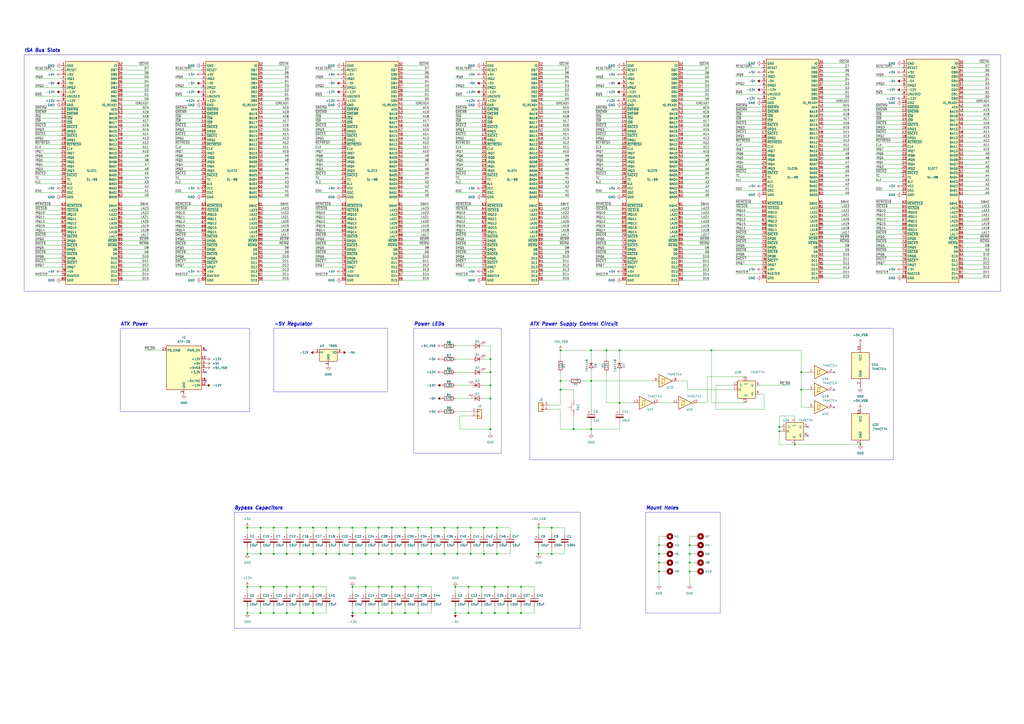
<source format=kicad_sch>
(kicad_sch (version 20230121) (generator eeschema)
  (paper "A2")
  (title_block (title "PC-ISA16-backplane") (date "2023-10-06") (rev "A1") (company "Eugene Lozovoy") (comment 1 "Based on Sergey Kiselev's design"))
  (lib_symbols
    (symbol "74xx:74HC14" (pin_names (offset 1.016))
      (property "Reference" "U" (at 0 1.27 0))
      (property "Value" "74HC14" (at 0 -1.27 0))
      (symbol "74HC14_1_0"
        (pin input line (at -7.62 0 0) (length 3.81) (name "~") (number "1"))
        (pin output inverted (at 7.62 0 180) (length 3.81) (name "~") (number "2"))
      )
      (symbol "74HC14_2_0"
        (pin input line (at -7.62 0 0) (length 3.81) (name "~") (number "3"))
        (pin output inverted (at 7.62 0 180) (length 3.81) (name "~") (number "4"))
      )
      (symbol "74HC14_3_0"
        (pin input line (at -7.62 0 0) (length 3.81) (name "~") (number "5"))
        (pin output inverted (at 7.62 0 180) (length 3.81) (name "~") (number "6"))
      )
      (symbol "74HC14_4_0"
        (pin output inverted (at 7.62 0 180) (length 3.81) (name "~") (number "8"))
        (pin input line (at -7.62 0 0) (length 3.81) (name "~") (number "9"))
      )
      (symbol "74HC14_5_0"
        (pin output inverted (at 7.62 0 180) (length 3.81) (name "~") (number "10"))
        (pin input line (at -7.62 0 0) (length 3.81) (name "~") (number "11"))
      )
      (symbol "74HC14_6_0"
        (pin output inverted (at 7.62 0 180) (length 3.81) (name "~") (number "12"))
        (pin input line (at -7.62 0 0) (length 3.81) (name "~") (number "13"))
      )
      (symbol "74HC14_7_0"
        (pin power_in line (at 0 12.7 270) (length 5.08) (name "VCC") (number "14"))
        (pin power_in line (at 0 -12.7 90) (length 5.08) (name "GND") (number "7"))
      )
    )
    (symbol "74xx:74HC74" (pin_names (offset 1.016))
      (property "Reference" "U" (at -7.62 8.89 0))
      (property "Value" "74HC74" (at -7.62 -8.89 0))
      (symbol "74HC74_1_0"
        (pin input line (at 0 -7.62 90) (length 2.54) (name "~{R}") (number "1"))
        (pin input line (at -7.62 2.54 0) (length 2.54) (name "D") (number "2"))
        (pin input clock (at -7.62 0 0) (length 2.54) (name "C") (number "3"))
        (pin input line (at 0 7.62 270) (length 2.54) (name "~{S}") (number "4"))
        (pin output line (at 7.62 2.54 180) (length 2.54) (name "Q") (number "5"))
        (pin output line (at 7.62 -2.54 180) (length 2.54) (name "~{Q}") (number "6"))
      )
      (symbol "74HC74_2_0"
        (pin input line (at 0 7.62 270) (length 2.54) (name "~{S}") (number "10"))
        (pin input clock (at -7.62 0 0) (length 2.54) (name "C") (number "11"))
        (pin input line (at -7.62 2.54 0) (length 2.54) (name "D") (number "12"))
        (pin input line (at 0 -7.62 90) (length 2.54) (name "~{R}") (number "13"))
        (pin output line (at 7.62 -2.54 180) (length 2.54) (name "~{Q}") (number "8"))
        (pin output line (at 7.62 2.54 180) (length 2.54) (name "Q") (number "9"))
      )
      (symbol "74HC74_3_0"
        (pin power_in line (at 0 10.16 270) (length 2.54) (name "VCC") (number "14"))
        (pin power_in line (at 0 -10.16 90) (length 2.54) (name "GND") (number "7"))
      )
    )
    (symbol "Connector:ATX-20"
      (property "Reference" "J" (at -8.89 13.97 0))
      (property "Value" "ATX-20" (at 6.35 13.97 0))
      (symbol "ATX-20_1_1"
        (pin power_out line (at 12.7 -2.54 180) (length 2.54) (name "+3.3V") (number "1"))
        (pin power_out line (at 12.7 5.08 180) (length 2.54) (name "+12V") (number "10"))
        (pin passive line (at 12.7 -2.54 180) (length 2.54) hide (name "+3.3V") (number "11"))
        (pin power_out line (at 12.7 -10.16 180) (length 2.54) (name "-12V") (number "12"))
        (pin passive line (at 0 -15.24 90) (length 2.54) hide (name "GND") (number "13"))
        (pin open_collector line (at -12.7 10.16 0) (length 2.54) (name "PS_ON#") (number "14"))
        (pin passive line (at 0 -15.24 90) (length 2.54) hide (name "GND") (number "15"))
        (pin passive line (at 0 -15.24 90) (length 2.54) hide (name "GND") (number "16"))
        (pin passive line (at 0 -15.24 90) (length 2.54) hide (name "GND") (number "17"))
        (pin power_out line (at 12.7 -7.62 180) (length 2.54) (name "-5V/NC") (number "18"))
        (pin passive line (at 12.7 2.54 180) (length 2.54) hide (name "+5V") (number "19"))
        (pin passive line (at 12.7 -2.54 180) (length 2.54) hide (name "+3.3V") (number "2"))
        (pin passive line (at 12.7 2.54 180) (length 2.54) hide (name "+5V") (number "20"))
        (pin power_out line (at 0 -15.24 90) (length 2.54) (name "GND") (number "3"))
        (pin power_out line (at 12.7 2.54 180) (length 2.54) (name "+5V") (number "4"))
        (pin passive line (at 0 -15.24 90) (length 2.54) hide (name "GND") (number "5"))
        (pin passive line (at 12.7 2.54 180) (length 2.54) hide (name "+5V") (number "6"))
        (pin passive line (at 0 -15.24 90) (length 2.54) hide (name "GND") (number "7"))
        (pin output line (at 12.7 10.16 180) (length 2.54) (name "PWR_OK") (number "8"))
        (pin power_out line (at 12.7 0 180) (length 2.54) (name "+5VSB") (number "9"))
      )
    )
    (symbol "Connector:Bus_ISA_16bit"
      (property "Reference" "J" (at 0 67.945 0))
      (property "Value" "Bus_ISA_16bit" (at 0 -65.405 0))
      (symbol "Bus_ISA_16bit_1_1"
        (pin power_in line (at -17.78 63.5 0) (length 2.54) (name "GND") (number "1"))
        (pin power_in line (at -17.78 40.64 0) (length 2.54) (name "GND") (number "10"))
        (pin output line (at -17.78 38.1 0) (length 2.54) (name "~{SMEMW}") (number "11"))
        (pin output line (at -17.78 35.56 0) (length 2.54) (name "~{SMEMR}") (number "12"))
        (pin output line (at -17.78 33.02 0) (length 2.54) (name "~{IOW}") (number "13"))
        (pin output line (at -17.78 30.48 0) (length 2.54) (name "~{IOR}") (number "14"))
        (pin passive line (at -17.78 27.94 0) (length 2.54) (name "~{DACK3}") (number "15"))
        (pin passive line (at -17.78 25.4 0) (length 2.54) (name "DRQ3") (number "16"))
        (pin passive line (at -17.78 22.86 0) (length 2.54) (name "~{DACK1}") (number "17"))
        (pin passive line (at -17.78 20.32 0) (length 2.54) (name "DRQ1") (number "18"))
        (pin passive line (at -17.78 17.78 0) (length 2.54) (name "~{REFRESH}") (number "19"))
        (pin output line (at -17.78 60.96 0) (length 2.54) (name "RESET") (number "2"))
        (pin output line (at -17.78 15.24 0) (length 2.54) (name "CLK") (number "20"))
        (pin passive line (at -17.78 12.7 0) (length 2.54) (name "IRQ7") (number "21"))
        (pin passive line (at -17.78 10.16 0) (length 2.54) (name "IRQ6") (number "22"))
        (pin passive line (at -17.78 7.62 0) (length 2.54) (name "IRQ5") (number "23"))
        (pin passive line (at -17.78 5.08 0) (length 2.54) (name "IRQ4") (number "24"))
        (pin passive line (at -17.78 2.54 0) (length 2.54) (name "IRQ3") (number "25"))
        (pin passive line (at -17.78 0 0) (length 2.54) (name "~{DACK2}") (number "26"))
        (pin passive line (at -17.78 -2.54 0) (length 2.54) (name "TC") (number "27"))
        (pin output line (at -17.78 -5.08 0) (length 2.54) (name "ALE") (number "28"))
        (pin power_in line (at -17.78 -7.62 0) (length 2.54) (name "VCC") (number "29"))
        (pin power_in line (at -17.78 58.42 0) (length 2.54) (name "+5V") (number "3"))
        (pin output line (at -17.78 -10.16 0) (length 2.54) (name "OSC") (number "30"))
        (pin power_in line (at -17.78 -12.7 0) (length 2.54) (name "GND") (number "31"))
        (pin passive line (at 17.78 63.5 180) (length 2.54) (name "IO") (number "32"))
        (pin tri_state line (at 17.78 60.96 180) (length 2.54) (name "DB7") (number "33"))
        (pin tri_state line (at 17.78 58.42 180) (length 2.54) (name "DB6") (number "34"))
        (pin tri_state line (at 17.78 55.88 180) (length 2.54) (name "DB5") (number "35"))
        (pin tri_state line (at 17.78 53.34 180) (length 2.54) (name "DB4") (number "36"))
        (pin tri_state line (at 17.78 50.8 180) (length 2.54) (name "DB3") (number "37"))
        (pin tri_state line (at 17.78 48.26 180) (length 2.54) (name "DB2") (number "38"))
        (pin tri_state line (at 17.78 45.72 180) (length 2.54) (name "DB1") (number "39"))
        (pin passive line (at -17.78 55.88 0) (length 2.54) (name "IRQ2") (number "4"))
        (pin tri_state line (at 17.78 43.18 180) (length 2.54) (name "DB0") (number "40"))
        (pin passive line (at 17.78 40.64 180) (length 2.54) (name "IO_READY") (number "41"))
        (pin output line (at 17.78 38.1 180) (length 2.54) (name "AEN") (number "42"))
        (pin tri_state line (at 17.78 35.56 180) (length 2.54) (name "BA19") (number "43"))
        (pin tri_state line (at 17.78 33.02 180) (length 2.54) (name "BA18") (number "44"))
        (pin tri_state line (at 17.78 30.48 180) (length 2.54) (name "BA17") (number "45"))
        (pin tri_state line (at 17.78 27.94 180) (length 2.54) (name "BA16") (number "46"))
        (pin tri_state line (at 17.78 25.4 180) (length 2.54) (name "BA15") (number "47"))
        (pin tri_state line (at 17.78 22.86 180) (length 2.54) (name "BA14") (number "48"))
        (pin tri_state line (at 17.78 20.32 180) (length 2.54) (name "BA13") (number "49"))
        (pin power_in line (at -17.78 53.34 0) (length 2.54) (name "-5V") (number "5"))
        (pin tri_state line (at 17.78 17.78 180) (length 2.54) (name "BA12") (number "50"))
        (pin tri_state line (at 17.78 15.24 180) (length 2.54) (name "BA11") (number "51"))
        (pin tri_state line (at 17.78 12.7 180) (length 2.54) (name "BA10") (number "52"))
        (pin tri_state line (at 17.78 10.16 180) (length 2.54) (name "BA09") (number "53"))
        (pin tri_state line (at 17.78 7.62 180) (length 2.54) (name "BA08") (number "54"))
        (pin tri_state line (at 17.78 5.08 180) (length 2.54) (name "BA07") (number "55"))
        (pin tri_state line (at 17.78 2.54 180) (length 2.54) (name "BA06") (number "56"))
        (pin tri_state line (at 17.78 0 180) (length 2.54) (name "BA05") (number "57"))
        (pin tri_state line (at 17.78 -2.54 180) (length 2.54) (name "BA04") (number "58"))
        (pin tri_state line (at 17.78 -5.08 180) (length 2.54) (name "BA03") (number "59"))
        (pin passive line (at -17.78 50.8 0) (length 2.54) (name "DRQ2") (number "6"))
        (pin tri_state line (at 17.78 -7.62 180) (length 2.54) (name "BA02") (number "60"))
        (pin tri_state line (at 17.78 -10.16 180) (length 2.54) (name "BA01") (number "61"))
        (pin tri_state line (at 17.78 -12.7 180) (length 2.54) (name "BA00") (number "62"))
        (pin passive line (at -17.78 -17.78 0) (length 2.54) (name "~{MEMCS16}") (number "63"))
        (pin passive line (at -17.78 -20.32 0) (length 2.54) (name "~{IOCS16}") (number "64"))
        (pin passive line (at -17.78 -22.86 0) (length 2.54) (name "IRQ10") (number "65"))
        (pin passive line (at -17.78 -25.4 0) (length 2.54) (name "IRQ11") (number "66"))
        (pin passive line (at -17.78 -27.94 0) (length 2.54) (name "IRQ12") (number "67"))
        (pin passive line (at -17.78 -30.48 0) (length 2.54) (name "IRQ15") (number "68"))
        (pin passive line (at -17.78 -33.02 0) (length 2.54) (name "IRQ14") (number "69"))
        (pin power_in line (at -17.78 48.26 0) (length 2.54) (name "-12V") (number "7"))
        (pin output line (at -17.78 -35.56 0) (length 2.54) (name "~{DACK0}") (number "70"))
        (pin passive line (at -17.78 -38.1 0) (length 2.54) (name "DRQ0") (number "71"))
        (pin output line (at -17.78 -40.64 0) (length 2.54) (name "~{DACK5}") (number "72"))
        (pin passive line (at -17.78 -43.18 0) (length 2.54) (name "DRQ5") (number "73"))
        (pin output line (at -17.78 -45.72 0) (length 2.54) (name "~{DACK6}") (number "74"))
        (pin passive line (at -17.78 -48.26 0) (length 2.54) (name "DRQ6") (number "75"))
        (pin output line (at -17.78 -50.8 0) (length 2.54) (name "~{DACK7}") (number "76"))
        (pin passive line (at -17.78 -53.34 0) (length 2.54) (name "DRQ7") (number "77"))
        (pin power_in line (at -17.78 -55.88 0) (length 2.54) (name "+5V") (number "78"))
        (pin passive line (at -17.78 -58.42 0) (length 2.54) (name "MASTER") (number "79"))
        (pin passive line (at -17.78 45.72 0) (length 2.54) (name "UNUSED") (number "8"))
        (pin power_in line (at -17.78 -60.96 0) (length 2.54) (name "GND") (number "80"))
        (pin passive line (at 17.78 -17.78 180) (length 2.54) (name "SBHE") (number "81"))
        (pin passive line (at 17.78 -20.32 180) (length 2.54) (name "LA23") (number "82"))
        (pin passive line (at 17.78 -22.86 180) (length 2.54) (name "LA22") (number "83"))
        (pin passive line (at 17.78 -25.4 180) (length 2.54) (name "LA21") (number "84"))
        (pin passive line (at 17.78 -27.94 180) (length 2.54) (name "LA20") (number "85"))
        (pin passive line (at 17.78 -30.48 180) (length 2.54) (name "LA19") (number "86"))
        (pin passive line (at 17.78 -33.02 180) (length 2.54) (name "LA18") (number "87"))
        (pin passive line (at 17.78 -35.56 180) (length 2.54) (name "LA17") (number "88"))
        (pin output line (at 17.78 -38.1 180) (length 2.54) (name "~{MEMR}") (number "89"))
        (pin power_in line (at -17.78 43.18 0) (length 2.54) (name "+12V") (number "9"))
        (pin output line (at 17.78 -40.64 180) (length 2.54) (name "~{MEMW}") (number "90"))
        (pin tri_state line (at 17.78 -43.18 180) (length 2.54) (name "D8") (number "91"))
        (pin tri_state line (at 17.78 -45.72 180) (length 2.54) (name "D9") (number "92"))
        (pin tri_state line (at 17.78 -48.26 180) (length 2.54) (name "D10") (number "93"))
        (pin tri_state line (at 17.78 -50.8 180) (length 2.54) (name "D11") (number "94"))
        (pin tri_state line (at 17.78 -53.34 180) (length 2.54) (name "D12") (number "95"))
        (pin tri_state line (at 17.78 -55.88 180) (length 2.54) (name "D13") (number "96"))
        (pin tri_state line (at 17.78 -58.42 180) (length 2.54) (name "D14") (number "97"))
        (pin tri_state line (at 17.78 -60.96 180) (length 2.54) (name "D15") (number "98"))
      )
    )
    (symbol "Connector_Generic:Conn_01x02" (pin_names (offset 1.016) hide)
      (property "Reference" "J" (at 0 2.54 0))
      (property "Value" "Conn_01x02" (at 0 -5.08 0))
      (symbol "Conn_01x02_1_1"
        (pin passive line (at -5.08 0 0) (length 3.81) (name "Pin_1") (number "1"))
        (pin passive line (at -5.08 -2.54 0) (length 3.81) (name "Pin_2") (number "2"))
      )
    )
    (symbol "Device:C" (pin_numbers hide) (pin_names (offset 0.254))
      (property "Reference" "C" (at 0.635 2.54 0))
      (property "Value" "C" (at 0.635 -2.54 0))
      (symbol "C_1_1"
        (pin passive line (at 0 3.81 270) (length 2.794) (name "~") (number "1"))
        (pin passive line (at 0 -3.81 90) (length 2.794) (name "~") (number "2"))
      )
    )
    (symbol "Device:C_Polarized" (pin_numbers hide) (pin_names (offset 0.254))
      (property "Reference" "C" (at 0.635 2.54 0))
      (property "Value" "C_Polarized" (at 0.635 -2.54 0))
      (symbol "C_Polarized_1_1"
        (pin passive line (at 0 3.81 270) (length 2.794) (name "~") (number "1"))
        (pin passive line (at 0 -3.81 90) (length 2.794) (name "~") (number "2"))
      )
    )
    (symbol "Device:D" (pin_numbers hide) (pin_names (offset 1.016) hide)
      (property "Reference" "D" (at 0 2.54 0))
      (property "Value" "D" (at 0 -2.54 0))
      (symbol "D_1_1"
        (pin passive line (at -3.81 0 0) (length 2.54) (name "K") (number "1"))
        (pin passive line (at 3.81 0 180) (length 2.54) (name "A") (number "2"))
      )
    )
    (symbol "Device:LED" (pin_numbers hide) (pin_names (offset 1.016) hide)
      (property "Reference" "D" (at 0 2.54 0))
      (property "Value" "LED" (at 0 -2.54 0))
      (symbol "LED_1_1"
        (pin passive line (at -3.81 0 0) (length 2.54) (name "K") (number "1"))
        (pin passive line (at 3.81 0 180) (length 2.54) (name "A") (number "2"))
      )
    )
    (symbol "Device:R" (pin_numbers hide) (pin_names (offset 0))
      (property "Reference" "R" (at 2.032 0 90))
      (property "Value" "R" (at 0 0 90))
      (symbol "R_1_1"
        (pin passive line (at 0 3.81 270) (length 1.27) (name "~") (number "1"))
        (pin passive line (at 0 -3.81 90) (length 1.27) (name "~") (number "2"))
      )
    )
    (symbol "Mechanical:MountingHole_Pad" (pin_numbers hide) (pin_names (offset 1.016) hide)
      (property "Reference" "H" (at 0 6.35 0))
      (property "Value" "MountingHole_Pad" (at 0 4.445 0))
      (symbol "MountingHole_Pad_1_1"
        (pin input line (at 0 -2.54 90) (length 2.54) (name "1") (number "1"))
      )
    )
    (symbol "PCM_4ms_Power-symbol:GND" (power) (pin_names (offset 0))
      (property "Value" "GND" (at 0 -3.81 0))
      (symbol "GND_1_1"
        (pin power_in line (at 0 0 270) (length 0) hide (name "GND") (number "1"))
      )
    )
    (symbol "Regulator_Linear:L7905" (pin_names (offset 0.254))
      (property "Reference" "U" (at -3.81 -3.175 0))
      (property "Value" "L7905" (at 0 -3.175 0))
      (symbol "L7905_1_1"
        (pin power_in line (at 0 7.62 270) (length 2.54) (name "GND") (number "1"))
        (pin power_in line (at -7.62 0 0) (length 2.54) (name "VI") (number "2"))
        (pin power_out line (at 7.62 0 180) (length 2.54) (name "VO") (number "3"))
      )
    )
    (symbol "Switch:SW_Push" (pin_numbers hide) (pin_names (offset 1.016) hide)
      (property "Reference" "SW" (at 1.27 2.54 0))
      (property "Value" "SW_Push" (at 0 -1.524 0))
      (symbol "SW_Push_0_1"
        (pin passive line (at -5.08 0 0) (length 2.54) (name "1") (number "1"))
        (pin passive line (at 5.08 0 180) (length 2.54) (name "2") (number "2"))
      )
    )
    (symbol "mypower:+5V_VSB" (power) (pin_names (offset 0))
      (property "Value" "+5V_VSB" (at 0 3.556 0))
      (symbol "+5V_VSB_1_1"
        (pin power_in line (at 0 0 90) (length 0) hide (name "+5V_VSB") (number "1"))
      )
    )
    (symbol "power:+12V" (power) (pin_names (offset 0))
      (property "Value" "+12V" (at 0 3.556 0))
      (symbol "+12V_1_1"
        (pin power_in line (at 0 0 90) (length 0) hide (name "+12V") (number "1"))
      )
    )
    (symbol "power:+5V" (power) (pin_names (offset 0))
      (property "Value" "+5V" (at 0 3.556 0))
      (symbol "+5V_1_1"
        (pin power_in line (at 0 0 90) (length 0) hide (name "+5V") (number "1"))
      )
    )
    (symbol "power:-12V" (power) (pin_names (offset 0))
      (property "Value" "-12V" (at 0 3.81 0))
      (symbol "-12V_0_0"
        (pin power_in line (at 0 0 90) (length 0) hide (name "-12V") (number "1"))
      )
    )
    (symbol "power:-5V" (power) (pin_names (offset 0))
      (property "Value" "-5V" (at 0 3.81 0))
      (symbol "-5V_0_0"
        (pin power_in line (at 0 0 90) (length 0) hide (name "-5V") (number "1"))
      )
    )
  )
  (junction (at 181.61 355.6))
  (junction (at 294.64 355.6))
  (junction (at 242.57 355.6))
  (junction (at 151.13 306.07))
  (junction (at 143.51 340.36))
  (junction (at 400.05 316.23))
  (junction (at 288.29 321.31))
  (junction (at 257.81 321.31))
  (junction (at 400.05 326.39))
  (junction (at 280.67 306.07))
  (junction (at 204.47 340.36))
  (junction (at 219.71 321.31))
  (junction (at 312.42 321.31))
  (junction (at 359.41 203.2))
  (junction (at 234.95 340.36))
  (junction (at 173.99 340.36))
  (junction (at 325.12 226.06))
  (junction (at 227.33 306.07))
  (junction (at 279.4 340.36))
  (junction (at 234.95 355.6))
  (junction (at 302.26 355.6))
  (junction (at 181.61 321.31))
  (junction (at 332.74 248.92))
  (junction (at 287.02 340.36))
  (junction (at 166.37 321.31))
  (junction (at 196.85 321.31))
  (junction (at 382.27 321.31))
  (junction (at 173.99 321.31))
  (junction (at 265.43 306.07))
  (junction (at 452.12 247.65))
  (junction (at 452.12 250.19))
  (junction (at 284.48 248.92))
  (junction (at 181.61 340.36))
  (junction (at 189.23 321.31))
  (junction (at 166.37 355.6))
  (junction (at 250.19 306.07))
  (junction (at 284.48 208.28))
  (junction (at 461.01 257.81))
  (junction (at 166.37 306.07))
  (junction (at 279.4 355.6))
  (junction (at 227.33 321.31))
  (junction (at 151.13 321.31))
  (junction (at 464.82 226.06))
  (junction (at 143.51 306.07))
  (junction (at 265.43 321.31))
  (junction (at 204.47 355.6))
  (junction (at 273.05 306.07))
  (junction (at 284.48 223.52))
  (junction (at 287.02 355.6))
  (junction (at 280.67 321.31))
  (junction (at 294.64 340.36))
  (junction (at 219.71 306.07))
  (junction (at 227.33 340.36))
  (junction (at 212.09 340.36))
  (junction (at 242.57 321.31))
  (junction (at 382.27 326.39))
  (junction (at 284.48 231.14))
  (junction (at 212.09 306.07))
  (junction (at 151.13 355.6))
  (junction (at 400.05 331.47))
  (junction (at 250.19 321.31))
  (junction (at 143.51 355.6))
  (junction (at 400.05 321.31))
  (junction (at 151.13 340.36))
  (junction (at 219.71 340.36))
  (junction (at 212.09 321.31))
  (junction (at 242.57 306.07))
  (junction (at 234.95 321.31))
  (junction (at 143.51 321.31))
  (junction (at 264.16 340.36))
  (junction (at 271.78 340.36))
  (junction (at 173.99 306.07))
  (junction (at 158.75 321.31))
  (junction (at 212.09 355.6))
  (junction (at 158.75 355.6))
  (junction (at 219.71 355.6))
  (junction (at 320.04 306.07))
  (junction (at 166.37 340.36))
  (junction (at 234.95 306.07))
  (junction (at 158.75 306.07))
  (junction (at 325.12 220.98))
  (junction (at 325.12 203.2))
  (junction (at 499.11 257.81))
  (junction (at 173.99 355.6))
  (junction (at 312.42 306.07))
  (junction (at 204.47 306.07))
  (junction (at 342.9 203.2))
  (junction (at 412.75 203.2))
  (junction (at 257.81 306.07))
  (junction (at 181.61 306.07))
  (junction (at 464.82 215.9))
  (junction (at 227.33 355.6))
  (junction (at 382.27 331.47))
  (junction (at 284.48 215.9))
  (junction (at 189.23 306.07))
  (junction (at 342.9 248.92))
  (junction (at 158.75 340.36))
  (junction (at 320.04 321.31))
  (junction (at 273.05 321.31))
  (junction (at 359.41 233.68))
  (junction (at 302.26 340.36))
  (junction (at 242.57 340.36))
  (junction (at 351.79 203.2))
  (junction (at 204.47 321.31))
  (junction (at 342.9 220.98))
  (junction (at 288.29 306.07))
  (junction (at 382.27 316.23))
  (junction (at 271.78 355.6))
  (junction (at 196.85 306.07))
  (junction (at 264.16 355.6))
  (no_connect (at 119.38 220.98))
  (no_connect (at 119.38 215.9))
  (no_connect (at 468.63 252.73))
  (no_connect (at 119.38 203.2))
  (no_connect (at 483.87 236.22))
  (no_connect (at 483.87 226.06))
  (no_connect (at 483.87 215.9))
  (no_connect (at 468.63 247.65))
  (wire (pts (xy 345.44 127) (xy 360.68 127)))
  (wire (pts (xy 116.84 106.68) (xy 101.6 106.68)))
  (wire (pts (xy 116.84 104.14) (xy 101.6 104.14)))
  (wire (pts (xy 198.12 63.5) (xy 182.88 63.5)))
  (wire (pts (xy 198.12 68.58) (xy 182.88 68.58)))
  (wire (pts (xy 71.12 78.74) (xy 86.36 78.74)))
  (wire (pts (xy 233.68 137.16) (xy 248.92 137.16)))
  (wire (pts (xy 242.57 340.36) (xy 242.57 344.17)))
  (wire (pts (xy 152.4 76.2) (xy 167.64 76.2)))
  (wire (pts (xy 233.68 73.66) (xy 248.92 73.66)))
  (wire (pts (xy 152.4 154.94) (xy 167.64 154.94)))
  (wire (pts (xy 158.75 321.31) (xy 151.13 321.31)))
  (wire (pts (xy 360.68 104.14) (xy 345.44 104.14)))
  (wire (pts (xy 288.29 321.31) (xy 288.29 317.5)))
  (wire (pts (xy 151.13 317.5) (xy 151.13 321.31)))
  (wire (pts (xy 441.96 62.23) (xy 426.72 62.23)))
  (wire (pts (xy 227.33 321.31) (xy 219.71 321.31)))
  (wire (pts (xy 219.71 340.36) (xy 219.71 344.17)))
  (wire (pts (xy 234.95 355.6) (xy 242.57 355.6)))
  (wire (pts (xy 558.8 52.07) (xy 574.04 52.07)))
  (wire (pts (xy 143.51 317.5) (xy 143.51 321.31)))
  (wire (pts (xy 233.68 114.3) (xy 248.92 114.3)))
  (wire (pts (xy 558.8 67.31) (xy 574.04 67.31)))
  (wire (pts (xy 279.4 144.78) (xy 264.16 144.78)))
  (wire (pts (xy 396.24 71.12) (xy 411.48 71.12)))
  (wire (pts (xy 198.12 91.44) (xy 182.88 91.44)))
  (wire (pts (xy 166.37 340.36) (xy 173.99 340.36)))
  (wire (pts (xy 320.04 306.07) (xy 327.66 306.07)))
  (wire (pts (xy 382.27 316.23) (xy 384.81 316.23)))
  (wire (pts (xy 152.4 137.16) (xy 167.64 137.16)))
  (wire (pts (xy 152.4 109.22) (xy 167.64 109.22)))
  (wire (pts (xy 288.29 306.07) (xy 288.29 309.88)))
  (wire (pts (xy 71.12 154.94) (xy 86.36 154.94)))
  (wire (pts (xy 523.24 72.39) (xy 508 72.39)))
  (wire (pts (xy 410.21 218.44) (xy 433.07 218.44)))
  (wire (pts (xy 477.52 49.53) (xy 492.76 49.53)))
  (wire (pts (xy 198.12 137.16) (xy 182.88 137.16)))
  (wire (pts (xy 288.29 306.07) (xy 280.67 306.07)))
  (wire (pts (xy 279.4 355.6) (xy 279.4 351.79)))
  (wire (pts (xy 35.56 88.9) (xy 20.32 88.9)))
  (wire (pts (xy 342.9 245.11) (xy 342.9 248.92)))
  (wire (pts (xy 152.4 53.34) (xy 167.64 53.34)))
  (wire (pts (xy 116.84 63.5) (xy 101.6 63.5)))
  (wire (pts (xy 166.37 306.07) (xy 158.75 306.07)))
  (wire (pts (xy 189.23 321.31) (xy 181.61 321.31)))
  (wire (pts (xy 302.26 340.36) (xy 309.88 340.36)))
  (wire (pts (xy 558.8 80.01) (xy 574.04 80.01)))
  (wire (pts (xy 198.12 101.6) (xy 182.88 101.6)))
  (wire (pts (xy 461.01 241.3) (xy 452.12 241.3)))
  (wire (pts (xy 314.96 106.68) (xy 330.2 106.68)))
  (wire (pts (xy 198.12 76.2) (xy 182.88 76.2)))
  (wire (pts (xy 396.24 142.24) (xy 411.48 142.24)))
  (wire (pts (xy 233.68 45.72) (xy 248.92 45.72)))
  (wire (pts (xy 396.24 73.66) (xy 411.48 73.66)))
  (wire (pts (xy 295.91 321.31) (xy 295.91 317.5)))
  (wire (pts (xy 400.05 316.23) (xy 400.05 311.15)))
  (wire (pts (xy 152.4 91.44) (xy 167.64 91.44)))
  (wire (pts (xy 152.4 73.66) (xy 167.64 73.66)))
  (wire (pts (xy 189.23 340.36) (xy 189.23 344.17)))
  (wire (pts (xy 198.12 160.02) (xy 182.88 160.02)))
  (wire (pts (xy 441.96 120.65) (xy 426.72 120.65)))
  (wire (pts (xy 158.75 306.07) (xy 158.75 309.88)))
  (wire (pts (xy 242.57 355.6) (xy 250.19 355.6)))
  (wire (pts (xy 558.8 87.63) (xy 574.04 87.63)))
  (wire (pts (xy 116.84 83.82) (xy 101.6 83.82)))
  (wire (pts (xy 400.05 339.09) (xy 400.05 331.47)))
  (wire (pts (xy 264.16 231.14) (xy 273.05 231.14)))
  (wire (pts (xy 464.82 203.2) (xy 412.75 203.2)))
  (wire (pts (xy 71.12 68.58) (xy 86.36 68.58)))
  (wire (pts (xy 198.12 55.88) (xy 182.88 55.88)))
  (wire (pts (xy 212.09 355.6) (xy 212.09 351.79)))
  (wire (pts (xy 71.12 104.14) (xy 86.36 104.14)))
  (wire (pts (xy 266.7 241.3) (xy 273.05 241.3)))
  (wire (pts (xy 265.43 306.07) (xy 257.81 306.07)))
  (wire (pts (xy 441.96 148.59) (xy 426.72 148.59)))
  (wire (pts (xy 71.12 43.18) (xy 86.36 43.18)))
  (wire (pts (xy 433.07 233.68) (xy 412.75 233.68)))
  (wire (pts (xy 284.48 215.9) (xy 280.67 215.9)))
  (wire (pts (xy 441.96 110.49) (xy 426.72 110.49)))
  (wire (pts (xy 71.12 121.92) (xy 86.36 121.92)))
  (wire (pts (xy 71.12 45.72) (xy 86.36 45.72)))
  (wire (pts (xy 441.96 39.37) (xy 426.72 39.37)))
  (wire (pts (xy 233.68 162.56) (xy 248.92 162.56)))
  (wire (pts (xy 279.4 78.74) (xy 264.16 78.74)))
  (wire (pts (xy 20.32 124.46) (xy 35.56 124.46)))
  (wire (pts (xy 360.68 66.04) (xy 345.44 66.04)))
  (wire (pts (xy 257.81 321.31) (xy 257.81 317.5)))
  (wire (pts (xy 360.68 149.86) (xy 345.44 149.86)))
  (wire (pts (xy 71.12 76.2) (xy 86.36 76.2)))
  (wire (pts (xy 116.84 50.8) (xy 101.6 50.8)))
  (wire (pts (xy 233.68 157.48) (xy 248.92 157.48)))
  (wire (pts (xy 558.8 90.17) (xy 574.04 90.17)))
  (wire (pts (xy 400.05 311.15) (xy 402.59 311.15)))
  (wire (pts (xy 279.4 45.72) (xy 264.16 45.72)))
  (wire (pts (xy 273.05 208.28) (xy 264.16 208.28)))
  (wire (pts (xy 396.24 124.46) (xy 411.48 124.46)))
  (wire (pts (xy 558.8 82.55) (xy 574.04 82.55)))
  (wire (pts (xy 396.24 114.3) (xy 411.48 114.3)))
  (wire (pts (xy 212.09 355.6) (xy 219.71 355.6)))
  (wire (pts (xy 523.24 44.45) (xy 508 44.45)))
  (wire (pts (xy 351.79 203.2) (xy 342.9 203.2)))
  (wire (pts (xy 314.96 127) (xy 330.2 127)))
  (wire (pts (xy 250.19 306.07) (xy 242.57 306.07)))
  (wire (pts (xy 523.24 87.63) (xy 508 87.63)))
  (wire (pts (xy 477.52 87.63) (xy 492.76 87.63)))
  (wire (pts (xy 152.4 43.18) (xy 167.64 43.18)))
  (wire (pts (xy 35.56 86.36) (xy 20.32 86.36)))
  (wire (pts (xy 314.96 147.32) (xy 330.2 147.32)))
  (wire (pts (xy 330.2 60.96) (xy 314.96 60.96)))
  (wire (pts (xy 441.96 146.05) (xy 426.72 146.05)))
  (wire (pts (xy 71.12 101.6) (xy 86.36 101.6)))
  (wire (pts (xy 558.8 54.61) (xy 574.04 54.61)))
  (wire (pts (xy 523.24 135.89) (xy 508 135.89)))
  (wire (pts (xy 396.24 137.16) (xy 411.48 137.16)))
  (wire (pts (xy 523.24 49.53) (xy 508 49.53)))
  (wire (pts (xy 20.32 129.54) (xy 35.56 129.54)))
  (wire (pts (xy 198.12 93.98) (xy 182.88 93.98)))
  (wire (pts (xy 279.4 160.02) (xy 264.16 160.02)))
  (wire (pts (xy 477.52 92.71) (xy 492.76 92.71)))
  (wire (pts (xy 233.68 55.88) (xy 248.92 55.88)))
  (wire (pts (xy 396.24 139.7) (xy 411.48 139.7)))
  (wire (pts (xy 309.88 355.6) (xy 309.88 351.79)))
  (wire (pts (xy 116.84 96.52) (xy 101.6 96.52)))
  (wire (pts (xy 93.98 203.2) (xy 83.82 203.2)))
  (wire (pts (xy 558.8 49.53) (xy 574.04 49.53)))
  (wire (pts (xy 360.68 71.12) (xy 345.44 71.12)))
  (wire (pts (xy 71.12 147.32) (xy 86.36 147.32)))
  (wire (pts (xy 523.24 97.79) (xy 508 97.79)))
  (wire (pts (xy 116.84 73.66) (xy 101.6 73.66)))
  (wire (pts (xy 523.24 148.59) (xy 508 148.59)))
  (wire (pts (xy 360.68 40.64) (xy 345.44 40.64)))
  (wire (pts (xy 35.56 121.92) (xy 20.32 121.92)))
  (wire (pts (xy 181.61 306.07) (xy 173.99 306.07)))
  (wire (pts (xy 396.24 88.9) (xy 411.48 88.9)))
  (wire (pts (xy 360.68 91.44) (xy 345.44 91.44)))
  (wire (pts (xy 204.47 321.31) (xy 196.85 321.31)))
  (wire (pts (xy 265.43 321.31) (xy 265.43 317.5)))
  (wire (pts (xy 523.24 54.61) (xy 508 54.61)))
  (wire (pts (xy 558.8 118.11) (xy 574.04 118.11)))
  (wire (pts (xy 314.96 109.22) (xy 330.2 109.22)))
  (wire (pts (xy 233.68 93.98) (xy 248.92 93.98)))
  (wire (pts (xy 314.96 83.82) (xy 330.2 83.82)))
  (wire (pts (xy 233.68 101.6) (xy 248.92 101.6)))
  (wire (pts (xy 284.48 231.14) (xy 284.48 248.92)))
  (wire (pts (xy 233.68 99.06) (xy 248.92 99.06)))
  (wire (pts (xy 198.12 86.36) (xy 182.88 86.36)))
  (wire (pts (xy 204.47 340.36) (xy 204.47 344.17)))
  (wire (pts (xy 233.68 109.22) (xy 248.92 109.22)))
  (wire (pts (xy 279.4 152.4) (xy 264.16 152.4)))
  (wire (pts (xy 196.85 306.07) (xy 189.23 306.07)))
  (wire (pts (xy 152.4 139.7) (xy 167.64 139.7)))
  (wire (pts (xy 382.27 331.47) (xy 382.27 339.09)))
  (wire (pts (xy 396.24 96.52) (xy 411.48 96.52)))
  (wire (pts (xy 314.96 81.28) (xy 330.2 81.28)))
  (wire (pts (xy 116.84 149.86) (xy 101.6 149.86)))
  (wire (pts (xy 314.96 91.44) (xy 330.2 91.44)))
  (wire (pts (xy 477.52 95.25) (xy 492.76 95.25)))
  (wire (pts (xy 440.69 223.52) (xy 458.47 223.52)))
  (wire (pts (xy 212.09 306.07) (xy 212.09 309.88)))
  (wire (pts (xy 477.52 54.61) (xy 492.76 54.61)))
  (wire (pts (xy 233.68 104.14) (xy 248.92 104.14)))
  (wire (pts (xy 279.4 111.76) (xy 264.16 111.76)))
  (wire (pts (xy 198.12 147.32) (xy 182.88 147.32)))
  (wire (pts (xy 152.4 147.32) (xy 167.64 147.32)))
  (wire (pts (xy 227.33 340.36) (xy 227.33 344.17)))
  (wire (pts (xy 342.9 203.2) (xy 342.9 208.28)))
  (wire (pts (xy 116.84 160.02) (xy 101.6 160.02)))
  (wire (pts (xy 558.8 113.03) (xy 574.04 113.03)))
  (wire (pts (xy 523.24 80.01) (xy 508 80.01)))
  (wire (pts (xy 227.33 306.07) (xy 227.33 309.88)))
  (wire (pts (xy 20.32 134.62) (xy 35.56 134.62)))
  (wire (pts (xy 294.64 340.36) (xy 294.64 344.17)))
  (wire (pts (xy 152.4 134.62) (xy 167.64 134.62)))
  (wire (pts (xy 152.4 114.3) (xy 167.64 114.3)))
  (wire (pts (xy 360.68 147.32) (xy 345.44 147.32)))
  (wire (pts (xy 477.52 102.87) (xy 492.76 102.87)))
  (wire (pts (xy 152.4 121.92) (xy 167.64 121.92)))
  (wire (pts (xy 198.12 111.76) (xy 182.88 111.76)))
  (wire (pts (xy 314.96 53.34) (xy 330.2 53.34)))
  (wire (pts (xy 477.52 128.27) (xy 492.76 128.27)))
  (wire (pts (xy 412.75 203.2) (xy 412.75 233.68)))
  (wire (pts (xy 151.13 306.07) (xy 143.51 306.07)))
  (wire (pts (xy 441.96 80.01) (xy 426.72 80.01)))
  (wire (pts (xy 452.12 250.19) (xy 453.39 250.19)))
  (wire (pts (xy 233.68 154.94) (xy 248.92 154.94)))
  (wire (pts (xy 152.4 149.86) (xy 167.64 149.86)))
  (wire (pts (xy 250.19 321.31) (xy 242.57 321.31)))
  (wire (pts (xy 173.99 321.31) (xy 173.99 317.5)))
  (wire (pts (xy 71.12 88.9) (xy 86.36 88.9)))
  (wire (pts (xy 314.96 68.58) (xy 330.2 68.58)))
  (wire (pts (xy 558.8 85.09) (xy 574.04 85.09)))
  (wire (pts (xy 314.96 149.86) (xy 330.2 149.86)))
  (wire (pts (xy 279.4 355.6) (xy 287.02 355.6)))
  (wire (pts (xy 396.24 66.04) (xy 411.48 66.04)))
  (wire (pts (xy 523.24 151.13) (xy 508 151.13)))
  (wire (pts (xy 382.27 316.23) (xy 382.27 311.15)))
  (wire (pts (xy 312.42 321.31) (xy 320.04 321.31)))
  (wire (pts (xy 71.12 124.46) (xy 86.36 124.46)))
  (wire (pts (xy 523.24 143.51) (xy 508 143.51)))
  (wire (pts (xy 382.27 326.39) (xy 382.27 321.31)))
  (wire (pts (xy 523.24 67.31) (xy 508 67.31)))
  (wire (pts (xy 35.56 66.04) (xy 20.32 66.04)))
  (wire (pts (xy 271.78 355.6) (xy 271.78 351.79)))
  (wire (pts (xy 227.33 355.6) (xy 227.33 351.79)))
  (wire (pts (xy 71.12 114.3) (xy 86.36 114.3)))
  (wire (pts (xy 523.24 146.05) (xy 508 146.05)))
  (wire (pts (xy 477.52 138.43) (xy 492.76 138.43)))
  (wire (pts (xy 35.56 63.5) (xy 20.32 63.5)))
  (wire (pts (xy 426.72 130.81) (xy 441.96 130.81)))
  (wire (pts (xy 359.41 203.2) (xy 351.79 203.2)))
  (wire (pts (xy 396.24 58.42) (xy 411.48 58.42)))
  (wire (pts (xy 116.84 76.2) (xy 101.6 76.2)))
  (wire (pts (xy 101.6 129.54) (xy 116.84 129.54)))
  (wire (pts (xy 327.66 321.31) (xy 327.66 317.5)))
  (wire (pts (xy 152.4 93.98) (xy 167.64 93.98)))
  (wire (pts (xy 410.21 218.44) (xy 410.21 233.68)))
  (wire (pts (xy 294.64 340.36) (xy 302.26 340.36)))
  (wire (pts (xy 151.13 355.6) (xy 151.13 351.79)))
  (wire (pts (xy 35.56 55.88) (xy 20.32 55.88)))
  (wire (pts (xy 71.12 142.24) (xy 86.36 142.24)))
  (wire (pts (xy 189.23 321.31) (xy 189.23 317.5)))
  (wire (pts (xy 280.67 306.07) (xy 280.67 309.88)))
  (wire (pts (xy 396.24 160.02) (xy 411.48 160.02)))
  (wire (pts (xy 360.68 86.36) (xy 345.44 86.36)))
  (wire (pts (xy 452.12 247.65) (xy 452.12 250.19)))
  (wire (pts (xy 152.4 157.48) (xy 167.64 157.48)))
  (wire (pts (xy 233.68 50.8) (xy 248.92 50.8)))
  (wire (pts (xy 233.68 78.74) (xy 248.92 78.74)))
  (wire (pts (xy 441.96 140.97) (xy 426.72 140.97)))
  (wire (pts (xy 294.64 355.6) (xy 294.64 351.79)))
  (wire (pts (xy 477.52 90.17) (xy 492.76 90.17)))
  (wire (pts (xy 314.96 73.66) (xy 330.2 73.66)))
  (wire (pts (xy 441.96 44.45) (xy 426.72 44.45)))
  (wire (pts (xy 523.24 90.17) (xy 508 90.17)))
  (wire (pts (xy 198.12 121.92) (xy 182.88 121.92)))
  (wire (pts (xy 360.68 99.06) (xy 345.44 99.06)))
  (wire (pts (xy 280.67 321.31) (xy 273.05 321.31)))
  (wire (pts (xy 71.12 53.34) (xy 86.36 53.34)))
  (wire (pts (xy 314.96 104.14) (xy 330.2 104.14)))
  (wire (pts (xy 477.52 120.65) (xy 492.76 120.65)))
  (wire (pts (xy 71.12 129.54) (xy 86.36 129.54)))
  (wire (pts (xy 279.4 147.32) (xy 264.16 147.32)))
  (wire (pts (xy 158.75 355.6) (xy 158.75 351.79)))
  (wire (pts (xy 309.88 340.36) (xy 309.88 344.17)))
  (wire (pts (xy 279.4 66.04) (xy 264.16 66.04)))
  (wire (pts (xy 360.68 152.4) (xy 345.44 152.4)))
  (wire (pts (xy 116.84 91.44) (xy 101.6 91.44)))
  (wire (pts (xy 396.24 78.74) (xy 411.48 78.74)))
  (wire (pts (xy 71.12 81.28) (xy 86.36 81.28)))
  (wire (pts (xy 396.24 147.32) (xy 411.48 147.32)))
  (wire (pts (xy 314.96 114.3) (xy 330.2 114.3)))
  (wire (pts (xy 441.96 95.25) (xy 426.72 95.25)))
  (wire (pts (xy 452.12 257.81) (xy 461.01 257.81)))
  (wire (pts (xy 396.24 55.88) (xy 411.48 55.88)))
  (wire (pts (xy 264.16 127) (xy 279.4 127)))
  (wire (pts (xy 152.4 144.78) (xy 167.64 144.78)))
  (wire (pts (xy 314.96 124.46) (xy 330.2 124.46)))
  (wire (pts (xy 523.24 102.87) (xy 508 102.87)))
  (wire (pts (xy 396.24 106.68) (xy 411.48 106.68)))
  (wire (pts (xy 116.84 142.24) (xy 101.6 142.24)))
  (wire (pts (xy 71.12 144.78) (xy 86.36 144.78)))
  (wire (pts (xy 198.12 50.8) (xy 182.88 50.8)))
  (wire (pts (xy 314.96 139.7) (xy 330.2 139.7)))
  (wire (pts (xy 396.24 119.38) (xy 411.48 119.38)))
  (wire (pts (xy 35.56 93.98) (xy 20.32 93.98)))
  (wire (pts (xy 288.29 321.31) (xy 280.67 321.31)))
  (wire (pts (xy 35.56 106.68) (xy 20.32 106.68)))
  (wire (pts (xy 492.76 62.23) (xy 477.52 62.23)))
  (wire (pts (xy 508 125.73) (xy 523.24 125.73)))
  (wire (pts (xy 143.51 351.79) (xy 143.51 355.6)))
  (wire (pts (xy 523.24 100.33) (xy 508 100.33)))
  (wire (pts (xy 477.52 80.01) (xy 492.76 80.01)))
  (wire (pts (xy 312.42 309.88) (xy 312.42 306.07)))
  (wire (pts (xy 558.8 161.29) (xy 574.04 161.29)))
  (wire (pts (xy 233.68 76.2) (xy 248.92 76.2)))
  (wire (pts (xy 233.68 68.58) (xy 248.92 68.58)))
  (wire (pts (xy 558.8 44.45) (xy 574.04 44.45)))
  (wire (pts (xy 182.88 132.08) (xy 198.12 132.08)))
  (wire (pts (xy 342.9 220.98) (xy 342.9 237.49)))
  (wire (pts (xy 234.95 306.07) (xy 234.95 309.88)))
  (wire (pts (xy 477.52 143.51) (xy 492.76 143.51)))
  (wire (pts (xy 86.36 60.96) (xy 71.12 60.96)))
  (wire (pts (xy 558.8 146.05) (xy 574.04 146.05)))
  (wire (pts (xy 477.52 153.67) (xy 492.76 153.67)))
  (wire (pts (xy 558.8 72.39) (xy 574.04 72.39)))
  (wire (pts (xy 101.6 127) (xy 116.84 127)))
  (wire (pts (xy 248.92 63.5) (xy 233.68 63.5)))
  (wire (pts (xy 396.24 86.36) (xy 411.48 86.36)))
  (wire (pts (xy 116.84 147.32) (xy 101.6 147.32)))
  (wire (pts (xy 35.56 101.6) (xy 20.32 101.6)))
  (wire (pts (xy 396.24 81.28) (xy 411.48 81.28)))
  (wire (pts (xy 71.12 66.04) (xy 86.36 66.04)))
  (wire (pts (xy 182.88 134.62) (xy 198.12 134.62)))
  (wire (pts (xy 477.52 156.21) (xy 492.76 156.21)))
  (wire (pts (xy 523.24 153.67) (xy 508 153.67)))
  (wire (pts (xy 382.27 233.68) (xy 389.89 233.68)))
  (wire (pts (xy 441.96 102.87) (xy 426.72 102.87)))
  (wire (pts (xy 116.84 139.7) (xy 101.6 139.7)))
  (wire (pts (xy 360.68 76.2) (xy 345.44 76.2)))
  (wire (pts (xy 35.56 119.38) (xy 20.32 119.38)))
  (wire (pts (xy 396.24 111.76) (xy 411.48 111.76)))
  (wire (pts (xy 287.02 340.36) (xy 294.64 340.36)))
  (wire (pts (xy 279.4 142.24) (xy 264.16 142.24)))
  (wire (pts (xy 35.56 160.02) (xy 20.32 160.02)))
  (wire (pts (xy 477.52 107.95) (xy 492.76 107.95)))
  (wire (pts (xy 233.68 121.92) (xy 248.92 121.92)))
  (wire (pts (xy 71.12 58.42) (xy 86.36 58.42)))
  (wire (pts (xy 196.85 321.31) (xy 189.23 321.31)))
  (wire (pts (xy 396.24 134.62) (xy 411.48 134.62)))
  (wire (pts (xy 284.48 223.52) (xy 280.67 223.52)))
  (wire (pts (xy 233.68 111.76) (xy 248.92 111.76)))
  (wire (pts (xy 198.12 152.4) (xy 182.88 152.4)))
  (wire (pts (xy 204.47 321.31) (xy 204.47 317.5)))
  (wire (pts (xy 279.4 139.7) (xy 264.16 139.7)))
  (wire (pts (xy 342.9 215.9) (xy 342.9 220.98)))
  (wire (pts (xy 360.68 154.94) (xy 345.44 154.94)))
  (wire (pts (xy 314.96 66.04) (xy 330.2 66.04)))
  (wire (pts (xy 314.96 137.16) (xy 330.2 137.16)))
  (wire (pts (xy 234.95 321.31) (xy 227.33 321.31)))
  (wire (pts (xy 360.68 139.7) (xy 345.44 139.7)))
  (wire (pts (xy 151.13 306.07) (xy 151.13 309.88)))
  (wire (pts (xy 320.04 306.07) (xy 320.04 309.88)))
  (wire (pts (xy 204.47 355.6) (xy 212.09 355.6)))
  (wire (pts (xy 477.52 85.09) (xy 492.76 85.09)))
  (wire (pts (xy 279.4 119.38) (xy 264.16 119.38)))
  (wire (pts (xy 464.82 203.2) (xy 464.82 215.9)))
  (wire (pts (xy 250.19 355.6) (xy 250.19 351.79)))
  (wire (pts (xy 410.21 233.68) (xy 405.13 233.68)))
  (wire (pts (xy 198.12 71.12) (xy 182.88 71.12)))
  (wire (pts (xy 477.52 151.13) (xy 492.76 151.13)))
  (wire (pts (xy 396.24 76.2) (xy 411.48 76.2)))
  (wire (pts (xy 398.78 226.06) (xy 425.45 226.06)))
  (wire (pts (xy 198.12 40.64) (xy 182.88 40.64)))
  (wire (pts (xy 233.68 106.68) (xy 248.92 106.68)))
  (wire (pts (xy 477.52 125.73) (xy 492.76 125.73)))
  (wire (pts (xy 242.57 321.31) (xy 242.57 317.5)))
  (wire (pts (xy 574.04 59.69) (xy 558.8 59.69)))
  (wire (pts (xy 574.04 62.23) (xy 558.8 62.23)))
  (wire (pts (xy 477.52 69.85) (xy 492.76 69.85)))
  (wire (pts (xy 382.27 326.39) (xy 384.81 326.39)))
  (wire (pts (xy 508 133.35) (xy 523.24 133.35)))
  (wire (pts (xy 264.16 238.76) (xy 273.05 238.76)))
  (wire (pts (xy 332.74 248.92) (xy 342.9 248.92)))
  (wire (pts (xy 116.84 101.6) (xy 101.6 101.6)))
  (wire (pts (xy 264.16 124.46) (xy 279.4 124.46)))
  (wire (pts (xy 426.72 125.73) (xy 441.96 125.73)))
  (wire (pts (xy 441.96 74.93) (xy 426.72 74.93)))
  (wire (pts (xy 441.96 105.41) (xy 426.72 105.41)))
  (wire (pts (xy 204.47 306.07) (xy 196.85 306.07)))
  (wire (pts (xy 558.8 153.67) (xy 574.04 153.67)))
  (wire (pts (xy 71.12 50.8) (xy 86.36 50.8)))
  (wire (pts (xy 204.47 351.79) (xy 204.47 355.6)))
  (wire (pts (xy 558.8 128.27) (xy 574.04 128.27)))
  (wire (pts (xy 440.69 228.6) (xy 443.23 228.6)))
  (wire (pts (xy 279.4 73.66) (xy 264.16 73.66)))
  (wire (pts (xy 477.52 44.45) (xy 492.76 44.45)))
  (wire (pts (xy 198.12 45.72) (xy 182.88 45.72)))
  (wire (pts (xy 360.68 137.16) (xy 345.44 137.16)))
  (wire (pts (xy 264.16 134.62) (xy 279.4 134.62)))
  (wire (pts (xy 233.68 58.42) (xy 248.92 58.42)))
  (wire (pts (xy 558.8 92.71) (xy 574.04 92.71)))
  (wire (pts (xy 152.4 66.04) (xy 167.64 66.04)))
  (wire (pts (xy 284.48 208.28) (xy 280.67 208.28)))
  (wire (pts (xy 396.24 91.44) (xy 411.48 91.44)))
  (wire (pts (xy 71.12 134.62) (xy 86.36 134.62)))
  (wire (pts (xy 284.48 251.46) (xy 284.48 248.92)))
  (wire (pts (xy 441.96 90.17) (xy 426.72 90.17)))
  (wire (pts (xy 284.48 223.52) (xy 284.48 231.14)))
  (wire (pts (xy 219.71 321.31) (xy 219.71 317.5)))
  (wire (pts (xy 71.12 93.98) (xy 86.36 93.98)))
  (wire (pts (xy 345.44 134.62) (xy 360.68 134.62)))
  (wire (pts (xy 558.8 133.35) (xy 574.04 133.35)))
  (wire (pts (xy 360.68 78.74) (xy 345.44 78.74)))
  (wire (pts (xy 360.68 81.28) (xy 345.44 81.28)))
  (wire (pts (xy 441.96 143.51) (xy 426.72 143.51)))
  (wire (pts (xy 233.68 144.78) (xy 248.92 144.78)))
  (wire (pts (xy 523.24 82.55) (xy 508 82.55)))
  (wire (pts (xy 181.61 351.79) (xy 181.61 355.6)))
  (wire (pts (xy 152.4 152.4) (xy 167.64 152.4)))
  (wire (pts (xy 181.61 340.36) (xy 189.23 340.36)))
  (wire (pts (xy 233.68 81.28) (xy 248.92 81.28)))
  (wire (pts (xy 71.12 71.12) (xy 86.36 71.12)))
  (wire (pts (xy 523.24 62.23) (xy 508 62.23)))
  (wire (pts (xy 508 128.27) (xy 523.24 128.27)))
  (wire (pts (xy 250.19 306.07) (xy 250.19 309.88)))
  (wire (pts (xy 359.41 233.68) (xy 351.79 233.68)))
  (wire (pts (xy 477.52 110.49) (xy 492.76 110.49)))
  (wire (pts (xy 359.41 215.9) (xy 359.41 233.68)))
  (wire (pts (xy 279.4 63.5) (xy 264.16 63.5)))
  (wire (pts (xy 35.56 83.82) (xy 20.32 83.82)))
  (wire (pts (xy 415.29 223.52) (xy 425.45 223.52)))
  (wire (pts (xy 320.04 317.5) (xy 320.04 321.31)))
  (wire (pts (xy 452.12 241.3) (xy 452.12 247.65)))
  (wire (pts (xy 279.4 40.64) (xy 264.16 40.64)))
  (wire (pts (xy 173.99 321.31) (xy 166.37 321.31)))
  (wire (pts (xy 264.16 355.6) (xy 271.78 355.6)))
  (wire (pts (xy 441.96 92.71) (xy 426.72 92.71)))
  (wire (pts (xy 508 130.81) (xy 523.24 130.81)))
  (wire (pts (xy 152.4 55.88) (xy 167.64 55.88)))
  (wire (pts (xy 477.52 148.59) (xy 492.76 148.59)))
  (wire (pts (xy 558.8 148.59) (xy 574.04 148.59)))
  (wire (pts (xy 219.71 340.36) (xy 227.33 340.36)))
  (wire (pts (xy 279.4 83.82) (xy 264.16 83.82)))
  (wire (pts (xy 227.33 355.6) (xy 234.95 355.6)))
  (wire (pts (xy 314.96 134.62) (xy 330.2 134.62)))
  (wire (pts (xy 279.4 154.94) (xy 264.16 154.94)))
  (wire (pts (xy 279.4 340.36) (xy 287.02 340.36)))
  (wire (pts (xy 152.4 129.54) (xy 167.64 129.54)))
  (wire (pts (xy 396.24 152.4) (xy 411.48 152.4)))
  (wire (pts (xy 279.4 101.6) (xy 264.16 101.6)))
  (wire (pts (xy 558.8 105.41) (xy 574.04 105.41)))
  (wire (pts (xy 558.8 158.75) (xy 574.04 158.75)))
  (wire (pts (xy 198.12 96.52) (xy 182.88 96.52)))
  (wire (pts (xy 360.68 119.38) (xy 345.44 119.38)))
  (wire (pts (xy 477.52 64.77) (xy 492.76 64.77)))
  (wire (pts (xy 242.57 306.07) (xy 242.57 309.88)))
  (wire (pts (xy 233.68 43.18) (xy 248.92 43.18)))
  (wire (pts (xy 441.96 49.53) (xy 426.72 49.53)))
  (wire (pts (xy 294.64 355.6) (xy 302.26 355.6)))
  (wire (pts (xy 396.24 129.54) (xy 411.48 129.54)))
  (wire (pts (xy 325.12 220.98) (xy 325.12 226.06)))
  (wire (pts (xy 295.91 306.07) (xy 288.29 306.07)))
  (wire (pts (xy 558.8 143.51) (xy 574.04 143.51)))
  (wire (pts (xy 71.12 157.48) (xy 86.36 157.48)))
  (wire (pts (xy 314.96 142.24) (xy 330.2 142.24)))
  (wire (pts (xy 320.04 321.31) (xy 327.66 321.31)))
  (wire (pts (xy 314.96 160.02) (xy 330.2 160.02)))
  (wire (pts (xy 345.44 132.08) (xy 360.68 132.08)))
  (wire (pts (xy 35.56 139.7) (xy 20.32 139.7)))
  (wire (pts (xy 152.4 160.02) (xy 167.64 160.02)))
  (wire (pts (xy 441.96 69.85) (xy 426.72 69.85)))
  (wire (pts (xy 523.24 118.11) (xy 508 118.11)))
  (wire (pts (xy 351.79 215.9) (xy 351.79 233.68)))
  (wire (pts (xy 116.84 66.04) (xy 101.6 66.04)))
  (wire (pts (xy 360.68 73.66) (xy 345.44 73.66)))
  (wire (pts (xy 325.12 215.9) (xy 325.12 220.98)))
  (wire (pts (xy 198.12 73.66) (xy 182.88 73.66)))
  (wire (pts (xy 167.64 38.1) (xy 152.4 38.1)))
  (wire (pts (xy 264.16 129.54) (xy 279.4 129.54)))
  (wire (pts (xy 264.16 200.66) (xy 273.05 200.66)))
  (wire (pts (xy 198.12 144.78) (xy 182.88 144.78)))
  (wire (pts (xy 411.48 63.5) (xy 396.24 63.5)))
  (wire (pts (xy 116.84 71.12) (xy 101.6 71.12)))
  (wire (pts (xy 360.68 144.78) (xy 345.44 144.78)))
  (wire (pts (xy 398.78 220.98) (xy 393.7 220.98)))
  (wire (pts (xy 167.64 60.96) (xy 152.4 60.96)))
  (wire (pts (xy 35.56 111.76) (xy 20.32 111.76)))
  (wire (pts (xy 426.72 123.19) (xy 441.96 123.19)))
  (wire (pts (xy 314.96 154.94) (xy 330.2 154.94)))
  (wire (pts (xy 477.52 133.35) (xy 492.76 133.35)))
  (wire (pts (xy 250.19 321.31) (xy 250.19 317.5)))
  (wire (pts (xy 314.96 43.18) (xy 330.2 43.18)))
  (wire (pts (xy 396.24 40.64) (xy 411.48 40.64)))
  (wire (pts (xy 360.68 160.02) (xy 345.44 160.02)))
  (wire (pts (xy 279.4 91.44) (xy 264.16 91.44)))
  (wire (pts (xy 152.4 40.64) (xy 167.64 40.64)))
  (wire (pts (xy 233.68 83.82) (xy 248.92 83.82)))
  (wire (pts (xy 415.29 237.49) (xy 415.29 223.52)))
  (wire (pts (xy 71.12 137.16) (xy 86.36 137.16)))
  (wire (pts (xy 441.96 158.75) (xy 426.72 158.75)))
  (wire (pts (xy 198.12 142.24) (xy 182.88 142.24)))
  (wire (pts (xy 396.24 149.86) (xy 411.48 149.86)))
  (wire (pts (xy 198.12 83.82) (xy 182.88 83.82)))
  (wire (pts (xy 441.96 54.61) (xy 426.72 54.61)))
  (wire (pts (xy 35.56 154.94) (xy 20.32 154.94)))
  (wire (pts (xy 284.48 248.92) (xy 266.7 248.92)))
  (wire (pts (xy 35.56 78.74) (xy 20.32 78.74)))
  (wire (pts (xy 234.95 340.36) (xy 242.57 340.36)))
  (wire (pts (xy 314.96 55.88) (xy 330.2 55.88)))
  (wire (pts (xy 173.99 340.36) (xy 173.99 344.17)))
  (wire (pts (xy 345.44 124.46) (xy 360.68 124.46)))
  (wire (pts (xy 264.16 340.36) (xy 271.78 340.36)))
  (wire (pts (xy 360.68 50.8) (xy 345.44 50.8)))
  (wire (pts (xy 166.37 355.6) (xy 166.37 351.79)))
  (wire (pts (xy 477.52 161.29) (xy 492.76 161.29)))
  (wire (pts (xy 441.96 151.13) (xy 426.72 151.13)))
  (wire (pts (xy 558.8 46.99) (xy 574.04 46.99)))
  (wire (pts (xy 314.96 111.76) (xy 330.2 111.76)))
  (wire (pts (xy 35.56 147.32) (xy 20.32 147.32)))
  (wire (pts (xy 279.4 81.28) (xy 264.16 81.28)))
  (wire (pts (xy 35.56 71.12) (xy 20.32 71.12)))
  (wire (pts (xy 477.52 39.37) (xy 492.76 39.37)))
  (wire (pts (xy 382.27 311.15) (xy 384.81 311.15)))
  (wire (pts (xy 400.05 331.47) (xy 402.59 331.47)))
  (wire (pts (xy 330.2 38.1) (xy 314.96 38.1)))
  (wire (pts (xy 284.48 208.28) (xy 284.48 215.9)))
  (wire (pts (xy 35.56 149.86) (xy 20.32 149.86)))
  (wire (pts (xy 173.99 355.6) (xy 181.61 355.6)))
  (wire (pts (xy 477.52 72.39) (xy 492.76 72.39)))
  (wire (pts (xy 345.44 129.54) (xy 360.68 129.54)))
  (wire (pts (xy 35.56 76.2) (xy 20.32 76.2)))
  (wire (pts (xy 325.12 248.92) (xy 325.12 237.49)))
  (wire (pts (xy 360.68 68.58) (xy 345.44 68.58)))
  (wire (pts (xy 271.78 355.6) (xy 279.4 355.6)))
  (wire (pts (xy 325.12 226.06) (xy 332.74 226.06)))
  (wire (pts (xy 558.8 74.93) (xy 574.04 74.93)))
  (wire (pts (xy 325.12 220.98) (xy 330.2 220.98)))
  (wire (pts (xy 360.68 96.52) (xy 345.44 96.52)))
  (wire (pts (xy 265.43 321.31) (xy 257.81 321.31)))
  (wire (pts (xy 279.4 93.98) (xy 264.16 93.98)))
  (wire (pts (xy 396.24 127) (xy 411.48 127)))
  (wire (pts (xy 20.32 132.08) (xy 35.56 132.08)))
  (wire (pts (xy 248.92 60.96) (xy 233.68 60.96)))
  (wire (pts (xy 477.52 57.15) (xy 492.76 57.15)))
  (wire (pts (xy 314.96 144.78) (xy 330.2 144.78)))
  (wire (pts (xy 558.8 151.13) (xy 574.04 151.13)))
  (wire (pts (xy 152.4 81.28) (xy 167.64 81.28)))
  (wire (pts (xy 264.16 215.9) (xy 273.05 215.9)))
  (wire (pts (xy 71.12 111.76) (xy 86.36 111.76)))
  (wire (pts (xy 400.05 326.39) (xy 402.59 326.39)))
  (wire (pts (xy 116.84 86.36) (xy 101.6 86.36)))
  (wire (pts (xy 181.61 355.6) (xy 189.23 355.6)))
  (wire (pts (xy 116.84 93.98) (xy 101.6 93.98)))
  (wire (pts (xy 273.05 223.52) (xy 264.16 223.52)))
  (wire (pts (xy 116.84 81.28) (xy 101.6 81.28)))
  (wire (pts (xy 279.4 50.8) (xy 264.16 50.8)))
  (wire (pts (xy 257.81 306.07) (xy 257.81 309.88)))
  (wire (pts (xy 189.23 355.6) (xy 189.23 351.79)))
  (wire (pts (xy 464.82 215.9) (xy 464.82 226.06)))
  (wire (pts (xy 279.4 104.14) (xy 264.16 104.14)))
  (wire (pts (xy 558.8 107.95) (xy 574.04 107.95)))
  (wire (pts (xy 396.24 132.08) (xy 411.48 132.08)))
  (wire (pts (xy 360.68 142.24) (xy 345.44 142.24)))
  (wire (pts (xy 71.12 160.02) (xy 86.36 160.02)))
  (wire (pts (xy 558.8 140.97) (xy 574.04 140.97)))
  (wire (pts (xy 284.48 200.66) (xy 284.48 208.28)))
  (wire (pts (xy 360.68 93.98) (xy 345.44 93.98)))
  (wire (pts (xy 523.24 74.93) (xy 508 74.93)))
  (wire (pts (xy 332.74 248.92) (xy 332.74 241.3)))
  (wire (pts (xy 233.68 48.26) (xy 248.92 48.26)))
  (wire (pts (xy 116.84 40.64) (xy 101.6 40.64)))
  (wire (pts (xy 314.96 129.54) (xy 330.2 129.54)))
  (wire (pts (xy 233.68 160.02) (xy 248.92 160.02)))
  (wire (pts (xy 181.61 344.17) (xy 181.61 340.36)))
  (wire (pts (xy 284.48 215.9) (xy 284.48 223.52)))
  (wire (pts (xy 233.68 119.38) (xy 248.92 119.38)))
  (wire (pts (xy 396.24 93.98) (xy 411.48 93.98)))
  (wire (pts (xy 396.24 45.72) (xy 411.48 45.72)))
  (wire (pts (xy 182.88 124.46) (xy 198.12 124.46)))
  (wire (pts (xy 257.81 321.31) (xy 250.19 321.31)))
  (wire (pts (xy 166.37 321.31) (xy 166.37 317.5)))
  (wire (pts (xy 441.96 135.89) (xy 426.72 135.89)))
  (wire (pts (xy 143.51 340.36) (xy 143.51 344.17)))
  (wire (pts (xy 35.56 45.72) (xy 20.32 45.72)))
  (wire (pts (xy 314.96 96.52) (xy 330.2 96.52)))
  (wire (pts (xy 558.8 130.81) (xy 574.04 130.81)))
  (wire (pts (xy 198.12 99.06) (xy 182.88 99.06)))
  (wire (pts (xy 398.78 226.06) (xy 398.78 220.98)))
  (wire (pts (xy 264.16 340.36) (xy 264.16 344.17)))
  (wire (pts (xy 152.4 48.26) (xy 167.64 48.26)))
  (wire (pts (xy 461.01 257.81) (xy 499.11 257.81)))
  (wire (pts (xy 219.71 306.07) (xy 219.71 309.88)))
  (wire (pts (xy 558.8 123.19) (xy 574.04 123.19)))
  (wire (pts (xy 477.52 140.97) (xy 492.76 140.97)))
  (wire (pts (xy 152.4 132.08) (xy 167.64 132.08)))
  (wire (pts (xy 523.24 95.25) (xy 508 95.25)))
  (wire (pts (xy 314.96 99.06) (xy 330.2 99.06)))
  (wire (pts (xy 382.27 331.47) (xy 382.27 326.39)))
  (wire (pts (xy 477.52 105.41) (xy 492.76 105.41)))
  (wire (pts (xy 198.12 106.68) (xy 182.88 106.68)))
  (wire (pts (xy 158.75 317.5) (xy 158.75 321.31)))
  (wire (pts (xy 212.09 340.36) (xy 212.09 344.17)))
  (wire (pts (xy 234.95 321.31) (xy 234.95 317.5)))
  (wire (pts (xy 312.42 306.07) (xy 320.04 306.07)))
  (wire (pts (xy 273.05 306.07) (xy 265.43 306.07)))
  (wire (pts (xy 396.24 43.18) (xy 411.48 43.18)))
  (wire (pts (xy 396.24 53.34) (xy 411.48 53.34)))
  (wire (pts (xy 279.4 88.9) (xy 264.16 88.9)))
  (wire (pts (xy 35.56 104.14) (xy 20.32 104.14)))
  (wire (pts (xy 314.96 157.48) (xy 330.2 157.48)))
  (wire (pts (xy 152.4 162.56) (xy 167.64 162.56)))
  (wire (pts (xy 523.24 138.43) (xy 508 138.43)))
  (wire (pts (xy 152.4 78.74) (xy 167.64 78.74)))
  (wire (pts (xy 287.02 340.36) (xy 287.02 344.17)))
  (wire (pts (xy 173.99 355.6) (xy 173.99 351.79)))
  (wire (pts (xy 116.84 154.94) (xy 101.6 154.94)))
  (wire (pts (xy 558.8 77.47) (xy 574.04 77.47)))
  (wire (pts (xy 426.72 133.35) (xy 441.96 133.35)))
  (wire (pts (xy 314.96 101.6) (xy 330.2 101.6)))
  (wire (pts (xy 71.12 162.56) (xy 86.36 162.56)))
  (wire (pts (xy 477.52 113.03) (xy 492.76 113.03)))
  (wire (pts (xy 219.71 321.31) (xy 212.09 321.31)))
  (wire (pts (xy 396.24 162.56) (xy 411.48 162.56)))
  (wire (pts (xy 302.26 351.79) (xy 302.26 355.6)))
  (wire (pts (xy 508 123.19) (xy 523.24 123.19)))
  (wire (pts (xy 280.67 321.31) (xy 280.67 317.5)))
  (wire (pts (xy 264.16 351.79) (xy 264.16 355.6)))
  (wire (pts (xy 219.71 355.6) (xy 227.33 355.6)))
  (wire (pts (xy 35.56 50.8) (xy 20.32 50.8)))
  (wire (pts (xy 325.12 203.2) (xy 325.12 208.28)))
  (wire (pts (xy 396.24 154.94) (xy 411.48 154.94)))
  (wire (pts (xy 71.12 96.52) (xy 86.36 96.52)))
  (wire (pts (xy 219.71 355.6) (xy 219.71 351.79)))
  (wire (pts (xy 143.51 306.07) (xy 143.51 309.88)))
  (wire (pts (xy 477.52 118.11) (xy 492.76 118.11)))
  (wire (pts (xy 342.9 248.92) (xy 342.9 251.46)))
  (wire (pts (xy 273.05 306.07) (xy 273.05 309.88)))
  (wire (pts (xy 71.12 83.82) (xy 86.36 83.82)))
  (wire (pts (xy 314.96 45.72) (xy 330.2 45.72)))
  (wire (pts (xy 396.24 99.06) (xy 411.48 99.06)))
  (wire (pts (xy 318.77 237.49) (xy 325.12 237.49)))
  (wire (pts (xy 396.24 157.48) (xy 411.48 157.48)))
  (wire (pts (xy 492.76 36.83) (xy 477.52 36.83)))
  (wire (pts (xy 302.26 355.6) (xy 309.88 355.6)))
  (wire (pts (xy 198.12 119.38) (xy 182.88 119.38)))
  (wire (pts (xy 558.8 57.15) (xy 574.04 57.15)))
  (wire (pts (xy 152.4 119.38) (xy 167.64 119.38)))
  (wire (pts (xy 198.12 139.7) (xy 182.88 139.7)))
  (wire (pts (xy 287.02 355.6) (xy 287.02 351.79)))
  (wire (pts (xy 314.96 48.26) (xy 330.2 48.26)))
  (wire (pts (xy 477.52 146.05) (xy 492.76 146.05)))
  (wire (pts (xy 116.84 144.78) (xy 101.6 144.78)))
  (wire (pts (xy 327.66 306.07) (xy 327.66 309.88)))
  (wire (pts (xy 360.68 121.92) (xy 345.44 121.92)))
  (wire (pts (xy 35.56 81.28) (xy 20.32 81.28)))
  (wire (pts (xy 35.56 96.52) (xy 20.32 96.52)))
  (wire (pts (xy 279.4 96.52) (xy 264.16 96.52)))
  (wire (pts (xy 116.84 88.9) (xy 101.6 88.9)))
  (wire (pts (xy 35.56 73.66) (xy 20.32 73.66)))
  (wire (pts (xy 396.24 144.78) (xy 411.48 144.78)))
  (wire (pts (xy 396.24 68.58) (xy 411.48 68.58)))
  (wire (pts (xy 314.96 121.92) (xy 330.2 121.92)))
  (wire (pts (xy 396.24 101.6) (xy 411.48 101.6)))
  (wire (pts (xy 279.4 106.68) (xy 264.16 106.68)))
  (wire (pts (xy 181.61 321.31) (xy 181.61 317.5)))
  (wire (pts (xy 558.8 102.87) (xy 574.04 102.87)))
  (wire (pts (xy 415.29 237.49) (xy 443.23 237.49)))
  (wire (pts (xy 35.56 152.4) (xy 20.32 152.4)))
  (wire (pts (xy 233.68 142.24) (xy 248.92 142.24)))
  (wire (pts (xy 382.27 321.31) (xy 382.27 316.23)))
  (wire (pts (xy 250.19 340.36) (xy 250.19 344.17)))
  (wire (pts (xy 248.92 38.1) (xy 233.68 38.1)))
  (wire (pts (xy 441.96 85.09) (xy 426.72 85.09)))
  (wire (pts (xy 477.52 46.99) (xy 492.76 46.99)))
  (wire (pts (xy 116.84 111.76) (xy 101.6 111.76)))
  (wire (pts (xy 233.68 152.4) (xy 248.92 152.4)))
  (wire (pts (xy 314.96 86.36) (xy 330.2 86.36)))
  (wire (pts (xy 441.96 118.11) (xy 426.72 118.11)))
  (wire (pts (xy 71.12 109.22) (xy 86.36 109.22)))
  (wire (pts (xy 464.82 236.22) (xy 468.63 236.22)))
  (wire (pts (xy 477.52 130.81) (xy 492.76 130.81)))
  (wire (pts (xy 441.96 97.79) (xy 426.72 97.79)))
  (wire (pts (xy 71.12 132.08) (xy 86.36 132.08)))
  (wire (pts (xy 198.12 154.94) (xy 182.88 154.94)))
  (wire (pts (xy 412.75 203.2) (xy 359.41 203.2)))
  (wire (pts (xy 279.4 71.12) (xy 264.16 71.12)))
  (wire (pts (xy 257.81 306.07) (xy 250.19 306.07)))
  (wire (pts (xy 233.68 88.9) (xy 248.92 88.9)))
  (wire (pts (xy 396.24 83.82) (xy 411.48 83.82)))
  (wire (pts (xy 152.4 88.9) (xy 167.64 88.9)))
  (wire (pts (xy 173.99 306.07) (xy 173.99 309.88)))
  (wire (pts (xy 279.4 121.92) (xy 264.16 121.92)))
  (wire (pts (xy 265.43 306.07) (xy 265.43 309.88)))
  (wire (pts (xy 396.24 109.22) (xy 411.48 109.22)))
  (wire (pts (xy 227.33 321.31) (xy 227.33 317.5)))
  (wire (pts (xy 71.12 55.88) (xy 86.36 55.88)))
  (wire (pts (xy 71.12 73.66) (xy 86.36 73.66)))
  (wire (pts (xy 116.84 99.06) (xy 101.6 99.06)))
  (wire (pts (xy 227.33 340.36) (xy 234.95 340.36)))
  (wire (pts (xy 279.4 86.36) (xy 264.16 86.36)))
  (wire (pts (xy 360.68 101.6) (xy 345.44 101.6)))
  (wire (pts (xy 441.96 100.33) (xy 426.72 100.33)))
  (wire (pts (xy 477.52 123.19) (xy 492.76 123.19)))
  (wire (pts (xy 233.68 71.12) (xy 248.92 71.12)))
  (wire (pts (xy 332.74 226.06) (xy 332.74 231.14)))
  (wire (pts (xy 233.68 96.52) (xy 248.92 96.52)))
  (wire (pts (xy 152.4 104.14) (xy 167.64 104.14)))
  (wire (pts (xy 152.4 68.58) (xy 167.64 68.58)))
  (wire (pts (xy 279.4 99.06) (xy 264.16 99.06)))
  (wire (pts (xy 400.05 321.31) (xy 400.05 316.23)))
  (wire (pts (xy 402.59 321.31) (xy 400.05 321.31)))
  (wire (pts (xy 189.23 306.07) (xy 181.61 306.07)))
  (wire (pts (xy 558.8 95.25) (xy 574.04 95.25)))
  (wire (pts (xy 181.61 321.31) (xy 173.99 321.31)))
  (wire (pts (xy 441.96 153.67) (xy 426.72 153.67)))
  (wire (pts (xy 523.24 77.47) (xy 508 77.47)))
  (wire (pts (xy 523.24 110.49) (xy 508 110.49)))
  (wire (pts (xy 314.96 119.38) (xy 330.2 119.38)))
  (wire (pts (xy 116.84 137.16) (xy 101.6 137.16)))
  (wire (pts (xy 233.68 129.54) (xy 248.92 129.54)))
  (wire (pts (xy 198.12 88.9) (xy 182.88 88.9)))
  (wire (pts (xy 558.8 125.73) (xy 574.04 125.73)))
  (wire (pts (xy 152.4 101.6) (xy 167.64 101.6)))
  (wire (pts (xy 396.24 121.92) (xy 411.48 121.92)))
  (wire (pts (xy 233.68 132.08) (xy 248.92 132.08)))
  (wire (pts (xy 151.13 321.31) (xy 143.51 321.31)))
  (wire (pts (xy 242.57 340.36) (xy 250.19 340.36)))
  (wire (pts (xy 204.47 340.36) (xy 212.09 340.36)))
  (wire (pts (xy 152.4 50.8) (xy 167.64 50.8)))
  (wire (pts (xy 359.41 248.92) (xy 359.41 245.11)))
  (wire (pts (xy 71.12 127) (xy 86.36 127)))
  (wire (pts (xy 151.13 340.36) (xy 151.13 344.17)))
  (wire (pts (xy 287.02 355.6) (xy 294.64 355.6)))
  (wire (pts (xy 71.12 139.7) (xy 86.36 139.7)))
  (wire (pts (xy 441.96 77.47) (xy 426.72 77.47)))
  (wire (pts (xy 242.57 321.31) (xy 234.95 321.31)))
  (wire (pts (xy 35.56 99.06) (xy 20.32 99.06)))
  (wire (pts (xy 71.12 86.36) (xy 86.36 86.36)))
  (wire (pts (xy 477.52 97.79) (xy 492.76 97.79)))
  (wire (pts (xy 116.84 119.38) (xy 101.6 119.38)))
  (wire (pts (xy 143.51 340.36) (xy 151.13 340.36)))
  (wire (pts (xy 233.68 149.86) (xy 248.92 149.86)))
  (wire (pts (xy 441.96 82.55) (xy 426.72 82.55)))
  (wire (pts (xy 400.05 316.23) (xy 402.59 316.23)))
  (wire (pts (xy 314.96 71.12) (xy 330.2 71.12)))
  (wire (pts (xy 441.96 72.39) (xy 426.72 72.39)))
  (wire (pts (xy 411.48 60.96) (xy 396.24 60.96)))
  (wire (pts (xy 464.82 226.06) (xy 468.63 226.06)))
  (wire (pts (xy 173.99 306.07) (xy 166.37 306.07)))
  (wire (pts (xy 492.76 59.69) (xy 477.52 59.69)))
  (wire (pts (xy 464.82 226.06) (xy 464.82 236.22)))
  (wire (pts (xy 242.57 351.79) (xy 242.57 355.6)))
  (wire (pts (xy 86.36 63.5) (xy 71.12 63.5)))
  (wire (pts (xy 314.96 162.56) (xy 330.2 162.56)))
  (wire (pts (xy 116.84 68.58) (xy 101.6 68.58)))
  (wire (pts (xy 158.75 355.6) (xy 166.37 355.6)))
  (wire (pts (xy 233.68 66.04) (xy 248.92 66.04)))
  (wire (pts (xy 233.68 139.7) (xy 248.92 139.7)))
  (wire (pts (xy 35.56 68.58) (xy 20.32 68.58)))
  (wire (pts (xy 318.77 234.95) (xy 325.12 234.95)))
  (wire (pts (xy 152.4 127) (xy 167.64 127)))
  (wire (pts (xy 71.12 149.86) (xy 86.36 149.86)))
  (wire (pts (xy 523.24 158.75) (xy 508 158.75)))
  (wire (pts (xy 212.09 321.31) (xy 212.09 317.5)))
  (wire (pts (xy 233.68 134.62) (xy 248.92 134.62)))
  (wire (pts (xy 212.09 306.07) (xy 204.47 306.07)))
  (wire (pts (xy 152.4 142.24) (xy 167.64 142.24)))
  (wire (pts (xy 351.79 203.2) (xy 351.79 208.28)))
  (wire (pts (xy 273.05 321.31) (xy 265.43 321.31)))
  (wire (pts (xy 20.32 127) (xy 35.56 127)))
  (wire (pts (xy 360.68 111.76) (xy 345.44 111.76)))
  (wire (pts (xy 233.68 127) (xy 248.92 127)))
  (wire (pts (xy 152.4 58.42) (xy 167.64 58.42)))
  (wire (pts (xy 461.01 241.3) (xy 461.01 242.57)))
  (wire (pts (xy 181.61 306.07) (xy 181.61 309.88)))
  (wire (pts (xy 477.52 100.33) (xy 492.76 100.33)))
  (wire (pts (xy 71.12 40.64) (xy 86.36 40.64)))
  (wire (pts (xy 71.12 91.44) (xy 86.36 91.44)))
  (wire (pts (xy 314.96 152.4) (xy 330.2 152.4)))
  (wire (pts (xy 71.12 106.68) (xy 86.36 106.68)))
  (wire (pts (xy 396.24 48.26) (xy 411.48 48.26)))
  (wire (pts (xy 441.96 138.43) (xy 426.72 138.43)))
  (wire (pts (xy 198.12 81.28) (xy 182.88 81.28)))
  (wire (pts (xy 167.64 63.5) (xy 152.4 63.5)))
  (wire (pts (xy 189.23 306.07) (xy 189.23 309.88)))
  (wire (pts (xy 271.78 340.36) (xy 279.4 340.36)))
  (wire (pts (xy 477.52 135.89) (xy 492.76 135.89)))
  (wire (pts (xy 279.4 76.2) (xy 264.16 76.2)))
  (wire (pts (xy 166.37 355.6) (xy 173.99 355.6)))
  (wire (pts (xy 101.6 134.62) (xy 116.84 134.62)))
  (wire (pts (xy 152.4 124.46) (xy 167.64 124.46)))
  (wire (pts (xy 212.09 321.31) (xy 204.47 321.31)))
  (wire (pts (xy 227.33 306.07) (xy 219.71 306.07)))
  (wire (pts (xy 367.03 233.68) (xy 359.41 233.68)))
  (wire (pts (xy 452.12 250.19) (xy 452.12 257.81)))
  (wire (pts (xy 151.13 340.36) (xy 158.75 340.36)))
  (wire (pts (xy 242.57 306.07) (xy 234.95 306.07)))
  (wire (pts (xy 101.6 132.08) (xy 116.84 132.08)))
  (wire (pts (xy 360.68 55.88) (xy 345.44 55.88)))
  (wire (pts (xy 523.24 105.41) (xy 508 105.41)))
  (wire (pts (xy 314.96 50.8) (xy 330.2 50.8)))
  (wire (pts (xy 173.99 340.36) (xy 181.61 340.36)))
  (wire (pts (xy 382.27 331.47) (xy 384.81 331.47)))
  (wire (pts (xy 558.8 41.91) (xy 574.04 41.91)))
  (wire (pts (xy 477.52 82.55) (xy 492.76 82.55)))
  (wire (pts (xy 266.7 248.92) (xy 266.7 241.3)))
  (wire (pts (xy 558.8 39.37) (xy 574.04 39.37)))
  (wire (pts (xy 314.96 58.42) (xy 330.2 58.42)))
  (wire (pts (xy 359.41 203.2) (xy 359.41 208.28)))
  (wire (pts (xy 116.84 45.72) (xy 101.6 45.72)))
  (wire (pts (xy 477.52 52.07) (xy 492.76 52.07)))
  (wire (pts (xy 325.12 248.92) (xy 332.74 248.92)))
  (wire (pts (xy 477.52 41.91) (xy 492.76 41.91)))
  (wire (pts (xy 158.75 340.36) (xy 166.37 340.36)))
  (wire (pts (xy 314.96 76.2) (xy 330.2 76.2)))
  (wire (pts (xy 101.6 124.46) (xy 116.84 124.46)))
  (wire (pts (xy 152.4 106.68) (xy 167.64 106.68)))
  (wire (pts (xy 158.75 306.07) (xy 151.13 306.07)))
  (wire (pts (xy 523.24 69.85) (xy 508 69.85)))
  (wire (pts (xy 523.24 64.77) (xy 508 64.77)))
  (wire (pts (xy 426.72 128.27) (xy 441.96 128.27)))
  (wire (pts (xy 152.4 96.52) (xy 167.64 96.52)))
  (wire (pts (xy 279.4 340.36) (xy 279.4 344.17)))
  (wire (pts (xy 312.42 317.5) (xy 312.42 321.31)))
  (wire (pts (xy 468.63 215.9) (xy 464.82 215.9)))
  (wire (pts (xy 558.8 64.77) (xy 574.04 64.77)))
  (wire (pts (xy 152.4 111.76) (xy 167.64 111.76)))
  (wire (pts (xy 523.24 92.71) (xy 508 92.71)))
  (wire (pts (xy 302.26 344.17) (xy 302.26 340.36)))
  (wire (pts (xy 360.68 45.72) (xy 345.44 45.72)))
  (wire (pts (xy 411.48 38.1) (xy 396.24 38.1)))
  (wire (pts (xy 280.67 306.07) (xy 273.05 306.07)))
  (wire (pts (xy 558.8 138.43) (xy 574.04 138.43)))
  (wire (pts (xy 196.85 321.31) (xy 196.85 317.5)))
  (wire (pts (xy 234.95 355.6) (xy 234.95 351.79)))
  (wire (pts (xy 198.12 78.74) (xy 182.88 78.74)))
  (wire (pts (xy 360.68 83.82) (xy 345.44 83.82)))
  (wire (pts (xy 574.04 36.83) (xy 558.8 36.83)))
  (wire (pts (xy 204.47 306.07) (xy 204.47 309.88)))
  (wire (pts (xy 166.37 340.36) (xy 166.37 344.17)))
  (wire (pts (xy 264.16 132.08) (xy 279.4 132.08)))
  (wire (pts (xy 359.41 233.68) (xy 359.41 237.49)))
  (wire (pts (xy 233.68 124.46) (xy 248.92 124.46)))
  (wire (pts (xy 233.68 40.64) (xy 248.92 40.64)))
  (wire (pts (xy 558.8 135.89) (xy 574.04 135.89)))
  (wire (pts (xy 233.68 91.44) (xy 248.92 91.44)))
  (wire (pts (xy 116.84 121.92) (xy 101.6 121.92)))
  (wire (pts (xy 523.24 120.65) (xy 508 120.65)))
  (wire (pts (xy 400.05 331.47) (xy 400.05 326.39)))
  (wire (pts (xy 151.13 355.6) (xy 158.75 355.6)))
  (wire (pts (xy 116.84 152.4) (xy 101.6 152.4)))
  (wire (pts (xy 330.2 63.5) (xy 314.96 63.5)))
  (wire (pts (xy 314.96 40.64) (xy 330.2 40.64)))
  (wire (pts (xy 558.8 156.21) (xy 574.04 156.21)))
  (wire (pts (xy 35.56 137.16) (xy 20.32 137.16)))
  (wire (pts (xy 233.68 86.36) (xy 248.92 86.36)))
  (wire (pts (xy 234.95 340.36) (xy 234.95 344.17)))
  (wire (pts (xy 279.4 68.58) (xy 264.16 68.58)))
  (wire (pts (xy 152.4 99.06) (xy 167.64 99.06)))
  (wire (pts (xy 116.84 55.88) (xy 101.6 55.88)))
  (wire (pts (xy 182.88 129.54) (xy 198.12 129.54)))
  (wire (pts (xy 477.52 158.75) (xy 492.76 158.75)))
  (wire (pts (xy 360.68 88.9) (xy 345.44 88.9)))
  (wire (pts (xy 152.4 45.72) (xy 167.64 45.72)))
  (wire (pts (xy 71.12 48.26) (xy 86.36 48.26)))
  (wire (pts (xy 152.4 71.12) (xy 167.64 71.12)))
  (wire (pts (xy 71.12 99.06) (xy 86.36 99.06)))
  (wire (pts (xy 558.8 97.79) (xy 574.04 97.79)))
  (wire (pts (xy 523.24 140.97) (xy 508 140.97)))
  (wire (pts (xy 271.78 340.36) (xy 271.78 344.17)))
  (wire (pts (xy 441.96 67.31) (xy 426.72 67.31)))
  (wire (pts (xy 477.52 67.31) (xy 492.76 67.31)))
  (wire (pts (xy 212.09 340.36) (xy 219.71 340.36)))
  (wire (pts (xy 558.8 120.65) (xy 574.04 120.65)))
  (wire (pts (xy 523.24 85.09) (xy 508 85.09)))
  (wire (pts (xy 196.85 306.07) (xy 196.85 309.88)))
  (wire (pts (xy 360.68 63.5) (xy 345.44 63.5)))
  (wire (pts (xy 360.68 106.68) (xy 345.44 106.68)))
  (wire (pts (xy 71.12 152.4) (xy 86.36 152.4)))
  (wire (pts (xy 337.82 220.98) (xy 342.9 220.98)))
  (wire (pts (xy 558.8 100.33) (xy 574.04 100.33)))
  (wire (pts (xy 279.4 55.88) (xy 264.16 55.88)))
  (wire (pts (xy 314.96 78.74) (xy 330.2 78.74)))
  (wire (pts (xy 295.91 321.31) (xy 288.29 321.31)))
  (wire (pts (xy 314.96 88.9) (xy 330.2 88.9)))
  (wire (pts (xy 233.68 147.32) (xy 248.92 147.32)))
  (wire (pts (xy 35.56 144.78) (xy 20.32 144.78)))
  (wire (pts (xy 71.12 119.38) (xy 86.36 119.38)))
  (wire (pts (xy 396.24 50.8) (xy 411.48 50.8)))
  (wire (pts (xy 396.24 104.14) (xy 411.48 104.14)))
  (wire (pts (xy 558.8 69.85) (xy 574.04 69.85)))
  (wire (pts (xy 452.12 247.65) (xy 453.39 247.65)))
  (wire (pts (xy 558.8 110.49) (xy 574.04 110.49)))
  (wire (pts (xy 233.68 53.34) (xy 248.92 53.34)))
  (wire (pts (xy 477.52 74.93) (xy 492.76 74.93)))
  (wire (pts (xy 342.9 248.92) (xy 359.41 248.92)))
  (wire (pts (xy 342.9 203.2) (xy 325.12 203.2)))
  (wire (pts (xy 441.96 87.63) (xy 426.72 87.63)))
  (wire (pts (xy 314.96 93.98) (xy 330.2 93.98)))
  (wire (pts (xy 314.96 132.08) (xy 330.2 132.08)))
  (wire (pts (xy 198.12 66.04) (xy 182.88 66.04)))
  (wire (pts (xy 273.05 321.31) (xy 273.05 317.5)))
  (wire (pts (xy 182.88 127) (xy 198.12 127)))
  (wire (pts (xy 280.67 231.14) (xy 284.48 231.14)))
  (wire (pts (xy 219.71 306.07) (xy 212.09 306.07)))
  (wire (pts (xy 234.95 306.07) (xy 227.33 306.07)))
  (wire (pts (xy 35.56 91.44) (xy 20.32 91.44)))
  (wire (pts (xy 166.37 306.07) (xy 166.37 309.88)))
  (wire (pts (xy 384.81 321.31) (xy 382.27 321.31)))
  (wire (pts (xy 284.48 200.66) (xy 280.67 200.66)))
  (wire (pts (xy 342.9 220.98) (xy 378.46 220.98)))
  (wire (pts (xy 441.96 64.77) (xy 426.72 64.77)))
  (wire (pts (xy 143.51 355.6) (xy 151.13 355.6)))
  (wire (pts (xy 35.56 40.64) (xy 20.32 40.64)))
  (wire (pts (xy 400.05 326.39) (xy 400.05 321.31)))
  (wire (pts (xy 166.37 321.31) (xy 158.75 321.31)))
  (wire (pts (xy 279.4 149.86) (xy 264.16 149.86)))
  (wire (pts (xy 116.84 78.74) (xy 101.6 78.74)))
  (wire (pts (xy 158.75 340.36) (xy 158.75 344.17)))
  (wire (pts (xy 152.4 86.36) (xy 167.64 86.36)))
  (wire (pts (xy 443.23 228.6) (xy 443.23 237.49)))
  (wire (pts (xy 325.12 226.06) (xy 325.12 234.95)))
  (wire (pts (xy 295.91 306.07) (xy 295.91 309.88)))
  (wire (pts (xy 279.4 137.16) (xy 264.16 137.16)))
  (wire (pts (xy 152.4 83.82) (xy 167.64 83.82)))
  (wire (pts (xy 198.12 104.14) (xy 182.88 104.14)))
  (wire (pts (xy 86.36 38.1) (xy 71.12 38.1)))
  (wire (pts (xy 35.56 142.24) (xy 20.32 142.24)))
  (wire (pts (xy 477.52 77.47) (xy 492.76 77.47)))
  (wire (pts (xy 523.24 39.37) (xy 508 39.37)))
  (wire (pts (xy 198.12 149.86) (xy 182.88 149.86)))
  (rectangle (start 13.97 31.75) (end 580.39 168.91))
  (rectangle (start 69.85 190.5) (end 144.78 238.76))
  (rectangle (start 135.89 297.18) (end 336.55 364.49))
  (rectangle (start 374.65 297.18) (end 417.83 355.6))
  (rectangle (start 307.34 190.5) (end 518.16 266.7))
  (rectangle (start 158.75 190.5) (end 224.79 227.33))
  (rectangle (start 240.03 190.5) (end 290.83 262.89))
  (text "ATX Power Supply Control Circuit" (at 307.34 189.23 0) (effects (font (size 2 2) bold italic) (justify left bottom)))
  (text "Bypass Capacitors" (at 135.89 295.91 0) (effects (font (size 2 2) bold italic) (justify left bottom)))
  (text "Power LEDs" (at 240.03 189.23 0) (effects (font (size 2 2) bold italic) (justify left bottom)))
  (text "-5V Regulator" (at 158.75 189.23 0) (effects (font (size 2 2) bold italic) (justify left bottom)))
  (text "Mount Holes" (at 374.65 295.91 0) (effects (font (size 2 2) bold italic) (justify left bottom)))
  (text "ATX Power" (at 69.85 189.23 0) (effects (font (size 2 2) bold italic) (justify left bottom)))
  (text "ISA Bus Slots" (at 13.97 30.48 0) (effects (font (size 2 2) bold italic) (justify left bottom)))
  (label "D4" (at 574.04 46.99 180))
  (label "LA22" (at 492.76 123.19 180))
  (label "DRQ7" (at 345.44 154.94 0))
  (label "A3" (at 167.64 106.68 180))
  (label "D12" (at 86.36 154.94 180))
  (label "D12" (at 248.92 154.94 180))
  (label "~{REFRESH}" (at 101.6 83.82 0))
  (label "D14" (at 574.04 158.75 180))
  (label "RESETDRV" (at 264.16 40.64 0))
  (label "TC" (at 20.32 104.14 0))
  (label "~{DACK1}" (at 20.32 78.74 0))
  (label "LA20" (at 248.92 129.54 180))
  (label "~{DACK3}" (at 345.44 73.66 0))
  (label "IRQ15" (at 426.72 130.81 0))
  (label "IRQ4" (at 20.32 96.52 0))
  (label "A6" (at 86.36 99.06 180))
  (label "LA17" (at 248.92 137.16 180))
  (label "IRQ5" (at 182.88 93.98 0))
  (label "LA18" (at 330.2 134.62 180))
  (label "D3" (at 330.2 50.8 180))
  (label "D15" (at 574.04 161.29 180))
  (label "D0" (at 86.36 58.42 180))
  (label "IRQ9" (at 508 44.45 0))
  (label "~{0WS}" (at 264.16 55.88 0))
  (label "IRQ10" (at 101.6 124.46 0))
  (label "A13" (at 248.92 81.28 180))
  (label "ALE" (at 426.72 105.41 0))
  (label "D9" (at 492.76 146.05 180))
  (label "D3" (at 86.36 50.8 180))
  (label "A13" (at 330.2 81.28 180))
  (label "D2" (at 574.04 52.07 180))
  (label "DRQ1" (at 20.32 81.28 0))
  (label "IRQ14" (at 182.88 134.62 0))
  (label "A7" (at 411.48 96.52 180))
  (label "D10" (at 492.76 148.59 180))
  (label "~{DACK7}" (at 508 151.13 0))
  (label "~{MEMCS16}" (at 264.16 119.38 0))
  (label "A18" (at 330.2 68.58 180))
  (label "A16" (at 86.36 73.66 180))
  (label "DRQ5" (at 345.44 144.78 0))
  (label "~{MEMCS16}" (at 426.72 118.11 0))
  (label "A9" (at 574.04 90.17 180))
  (label "D13" (at 330.2 157.48 180))
  (label "~{REFRESH}" (at 508 82.55 0))
  (label "~{DACK7}" (at 264.16 152.4 0))
  (label "DRQ2" (at 101.6 50.8 0))
  (label "D13" (at 86.36 157.48 180))
  (label "D13" (at 411.48 157.48 180))
  (label "A16" (at 248.92 73.66 180))
  (label "D15" (at 411.48 162.56 180))
  (label "CLK" (at 426.72 85.09 0))
  (label "IRQ5" (at 508 92.71 0))
  (label "D5" (at 248.92 45.72 180))
  (label "D15" (at 492.76 161.29 180))
  (label "~{MEMCS16}" (at 101.6 119.38 0))
  (label "A6" (at 167.64 99.06 180))
  (label "D10" (at 330.2 149.86 180))
  (label "LA20" (at 86.36 129.54 180))
  (label "IRQ6" (at 508 90.17 0))
  (label "D4" (at 248.92 48.26 180))
  (label "~{SMEMR}" (at 264.16 66.04 0))
  (label "DRQ1" (at 264.16 81.28 0))
  (label "D8" (at 167.64 144.78 180))
  (label "IRQ14" (at 426.72 133.35 0))
  (label "AEN" (at 411.48 63.5 180))
  (label "~{DACK7}" (at 182.88 152.4 0))
  (label "~{DACK7}" (at 426.72 151.13 0))
  (label "A5" (at 574.04 100.33 180))
  (label "A14" (at 574.04 77.47 180))
  (label "~{MEMR}" (at 330.2 139.7 180))
  (label "LA23" (at 248.92 121.92 180))
  (label "A14" (at 86.36 78.74 180))
  (label "D6" (at 411.48 43.18 180))
  (label "LA21" (at 86.36 127 180))
  (label "A10" (at 330.2 88.9 180))
  (label "D15" (at 330.2 162.56 180))
  (label "A16" (at 330.2 73.66 180))
  (label "A5" (at 330.2 101.6 180))
  (label "ALE" (at 508 105.41 0))
  (label "A1" (at 574.04 110.49 180))
  (label "D4" (at 411.48 48.26 180))
  (label "A15" (at 330.2 76.2 180))
  (label "LA19" (at 248.92 132.08 180))
  (label "A6" (at 411.48 99.06 180))
  (label "IRQ5" (at 426.72 92.71 0))
  (label "IRQ10" (at 345.44 124.46 0))
  (label "LA22" (at 574.04 123.19 180))
  (label "D9" (at 248.92 147.32 180))
  (label "TC" (at 264.16 104.14 0))
  (label "~{SMEMW}" (at 182.88 63.5 0))
  (label "A13" (at 411.48 81.28 180))
  (label "~{MEMW}" (at 411.48 142.24 180))
  (label "LA23" (at 86.36 121.92 180))
  (label "D4" (at 86.36 48.26 180))
  (label "A11" (at 330.2 86.36 180))
  (label "A7" (at 167.64 96.52 180))
  (label "OSC" (at 345.44 111.76 0))
  (label "~{DACK6}" (at 426.72 146.05 0))
  (label "A12" (at 86.36 83.82 180))
  (label "MASTER" (at 101.6 160.02 0))
  (label "~{IOW}" (at 182.88 68.58 0))
  (label "IRQ6" (at 101.6 91.44 0))
  (label "D10" (at 167.64 149.86 180))
  (label "D1" (at 492.76 54.61 180))
  (label "SBHE" (at 86.36 119.38 180))
  (label "A9" (at 86.36 91.44 180))
  (label "IRQ9" (at 345.44 45.72 0))
  (label "A7" (at 248.92 96.52 180))
  (label "CLK" (at 20.32 86.36 0))
  (label "D7" (at 492.76 39.37 180))
  (label "A15" (at 411.48 76.2 180))
  (label "~{SMEMR}" (at 101.6 66.04 0))
  (label "IRQ9" (at 101.6 45.72 0))
  (label "A8" (at 574.04 92.71 180))
  (label "~{IOW}" (at 508 67.31 0))
  (label "~{DACK1}" (at 345.44 78.74 0))
  (label "IRQ4" (at 182.88 96.52 0))
  (label "A1" (at 86.36 111.76 180))
  (label "DRQ3" (at 264.16 76.2 0))
  (label "A4" (at 330.2 104.14 180))
  (label "IRQ15" (at 264.16 132.08 0))
  (label "IRQ4" (at 508 95.25 0))
  (label "D9" (at 167.64 147.32 180))
  (label "IRQ15" (at 508 130.81 0))
  (label "~{IOCHK}" (at 86.36 38.1 180))
  (label "DRQ0" (at 345.44 139.7 0))
  (label "~{DACK2}" (at 101.6 101.6 0))
  (label "~{IOCS16}" (at 101.6 121.92 0))
  (label "MASTER" (at 264.16 160.02 0))
  (label "RESETDRV" (at 101.6 40.64 0))
  (label "A16" (at 411.48 73.66 180))
  (label "~{MEMCS16}" (at 508 118.11 0))
  (label "IRQ7" (at 426.72 87.63 0))
  (label "IOREADY" (at 492.76 59.69 180))
  (label "DRQ7" (at 182.88 154.94 0))
  (label "IRQ3" (at 508 97.79 0))
  (label "~{MEMW}" (at 574.04 140.97 180))
  (label "A1" (at 167.64 111.76 180))
  (label "~{MEMCS16}" (at 20.32 119.38 0))
  (label "D0" (at 330.2 58.42 180))
  (label "DRQ5" (at 101.6 144.78 0))
  (label "D4" (at 492.76 46.99 180))
  (label "DRQ6" (at 345.44 149.86 0))
  (label "IOREADY" (at 248.92 60.96 180))
  (label "~{IOCS16}" (at 508 120.65 0))
  (label "A2" (at 167.64 109.22 180))
  (label "~{MEMCS16}" (at 182.88 119.38 0))
  (label "DRQ2" (at 264.16 50.8 0))
  (label "IRQ3" (at 20.32 99.06 0))
  (label "A15" (at 248.92 76.2 180))
  (label "IRQ7" (at 182.88 88.9 0))
  (label "A4" (at 574.04 102.87 180))
  (label "A7" (at 330.2 96.52 180))
  (label "~{DACK5}" (at 20.32 142.24 0))
  (label "~{DACK6}" (at 508 146.05 0))
  (label "D4" (at 330.2 48.26 180))
  (label "~{IOCS16}" (at 345.44 121.92 0))
  (label "IRQ7" (at 264.16 88.9 0))
  (label "~{DACK6}" (at 182.88 147.32 0))
  (label "RESETDRV" (at 508 39.37 0))
  (label "A16" (at 574.04 72.39 180))
  (label "D14" (at 167.64 160.02 180))
  (label "DRQ1" (at 101.6 81.28 0))
  (label "LA18" (at 574.04 133.35 180))
  (label "~{DACK0}" (at 508 135.89 0))
  (label "IRQ11" (at 264.16 127 0))
  (label "A2" (at 248.92 109.22 180))
  (label "SBHE" (at 167.64 119.38 180))
  (label "AEN" (at 86.36 63.5 180))
  (label "OSC" (at 426.72 110.49 0))
  (label "D12" (at 574.04 153.67 180))
  (label "LA17" (at 492.76 135.89 180))
  (label "LA19" (at 574.04 130.81 180))
  (label "~{DACK2}" (at 426.72 100.33 0))
  (label "A13" (at 574.04 80.01 180))
  (label "A0" (at 248.92 114.3 180))
  (label "DRQ5" (at 20.32 144.78 0))
  (label "LA23" (at 492.76 120.65 180))
  (label "A0" (at 574.04 113.03 180))
  (label "IRQ10" (at 20.32 124.46 0))
  (label "A9" (at 330.2 91.44 180))
  (label "A7" (at 574.04 95.25 180))
  (label "DRQ0" (at 101.6 139.7 0))
  (label "A10" (at 248.92 88.9 180))
  (label "A3" (at 330.2 106.68 180))
  (label "IRQ10" (at 426.72 123.19 0))
  (label "~{MEMW}" (at 167.64 142.24 180))
  (label "AEN" (at 248.92 63.5 180))
  (label "IRQ9" (at 426.72 44.45 0))
  (label "LA23" (at 330.2 121.92 180))
  (label "A19" (at 167.64 66.04 180))
  (label "D5" (at 492.76 44.45 180))
  (label "IRQ3" (at 426.72 97.79 0))
  (label "DRQ6" (at 426.72 148.59 0))
  (label "DRQ6" (at 182.88 149.86 0))
  (label "D7" (at 411.48 40.64 180))
  (label "~{DACK5}" (at 264.16 142.24 0))
  (label "~{DACK0}" (at 101.6 137.16 0))
  (label "DRQ3" (at 345.44 76.2 0))
  (label "DRQ2" (at 182.88 50.8 0))
  (label "D8" (at 248.92 144.78 180))
  (label "~{REFRESH}" (at 345.44 83.82 0))
  (label "D6" (at 330.2 43.18 180))
  (label "~{SMEMW}" (at 426.72 62.23 0))
  (label "DRQ7" (at 101.6 154.94 0))
  (label "IRQ5" (at 345.44 93.98 0))
  (label "D13" (at 574.04 156.21 180))
  (label "DRQ7" (at 426.72 153.67 0))
  (label "DRQ5" (at 508 143.51 0))
  (label "D15" (at 248.92 162.56 180))
  (label "~{0WS}" (at 508 54.61 0))
  (label "ALE" (at 345.44 106.68 0))
  (label "A18" (at 248.92 68.58 180))
  (label "A18" (at 411.48 68.58 180))
  (label "A12" (at 167.64 83.82 180))
  (label "A14" (at 411.48 78.74 180))
  (label "D4" (at 167.64 48.26 180))
  (label "IRQ4" (at 101.6 96.52 0))
  (label "A18" (at 86.36 68.58 180))
  (label "~{DACK5}" (at 345.44 142.24 0))
  (label "RESETDRV" (at 426.72 39.37 0))
  (label "MASTER" (at 182.88 160.02 0))
  (label "D9" (at 574.04 146.05 180))
  (label "D11" (at 411.48 152.4 180))
  (label "A3" (at 574.04 105.41 180))
  (label "MASTER" (at 426.72 158.75 0))
  (label "MASTER" (at 20.32 160.02 0))
  (label "LA21" (at 574.04 125.73 180))
  (label "IRQ11" (at 20.32 127 0))
  (label "A15" (at 492.76 74.93 180))
  (label "A16" (at 492.76 72.39 180))
  (label "DRQ2" (at 20.32 50.8 0))
  (label "A17" (at 411.48 71.12 180))
  (label "IRQ4" (at 345.44 96.52 0))
  (label "A9" (at 248.92 91.44 180))
  (label "D10" (at 574.04 148.59 180))
  (label "~{SMEMR}" (at 508 64.77 0))
  (label "~{IOCS16}" (at 264.16 121.92 0))
  (label "A6" (at 574.04 97.79 180))
  (label "D0" (at 492.76 57.15 180))
  (label "SBHE" (at 492.76 118.11 180))
  (label "DRQ0" (at 508 138.43 0))
  (label "A7" (at 86.36 96.52 180))
  (label "CLK" (at 508 85.09 0))
  (label "D7" (at 248.92 40.64 180))
  (label "IRQ3" (at 101.6 99.06 0))
  (label "~{IOCS16}" (at 20.32 121.92 0))
  (label "~{DACK0}" (at 345.44 137.16 0))
  (label "SBHE" (at 248.92 119.38 180))
  (label "LA21" (at 411.48 127 180))
  (label "~{DACK7}" (at 20.32 152.4 0))
  (label "D6" (at 167.64 43.18 180))
  (label "~{IOR}" (at 426.72 69.85 0))
  (label "D0" (at 248.92 58.42 180))
  (label "A8" (at 492.76 92.71 180))
  (label "IOREADY" (at 330.2 60.96 180))
  (label "D12" (at 411.48 154.94 180))
  (label "A12" (at 492.76 82.55 180))
  (label "OSC" (at 508 110.49 0))
  (label "IRQ12" (at 264.16 129.54 0))
  (label "IRQ12" (at 345.44 129.54 0))
  (label "A19" (at 411.48 66.04 180))
  (label "~{IOR}" (at 345.44 71.12 0))
  (label "OSC" (at 20.32 111.76 0))
  (label "DRQ3" (at 426.72 74.93 0))
  (label "DRQ7" (at 508 153.67 0))
  (label "A1" (at 411.48 111.76 180))
  (label "IRQ11" (at 508 125.73 0))
  (label "~{SMEMR}" (at 182.88 66.04 0))
  (label "D8" (at 492.76 143.51 180))
  (label "IRQ15" (at 345.44 132.08 0))
  (label "~{DACK1}" (at 101.6 78.74 0))
  (label "~{DACK2}" (at 508 100.33 0))
  (label "DRQ3" (at 20.32 76.2 0))
  (label "D10" (at 411.48 149.86 180))
  (label "D11" (at 574.04 151.13 180))
  (label "D7" (at 167.64 40.64 180))
  (label "A10" (at 411.48 88.9 180))
  (label "A8" (at 330.2 93.98 180))
  (label "D15" (at 86.36 162.56 180))
  (label "~{REFRESH}" (at 264.16 83.82 0))
  (label "LA18" (at 248.92 134.62 180))
  (label "A0" (at 167.64 114.3 180))
  (label "IRQ9" (at 264.16 45.72 0))
  (label "A18" (at 492.76 67.31 180))
  (label "A15" (at 86.36 76.2 180))
  (label "D11" (at 86.36 152.4 180))
  (label "D1" (at 411.48 55.88 180))
  (label "LA18" (at 86.36 134.62 180))
  (label "DRQ5" (at 426.72 143.51 0))
  (label "A12" (at 248.92 83.82 180))
  (label "A17" (at 330.2 71.12 180))
  (label "MASTER" (at 508 158.75 0))
  (label "AEN" (at 492.76 62.23 180))
  (label "LA22" (at 248.92 124.46 180))
  (label "IRQ10" (at 182.88 124.46 0))
  (label "D1" (at 330.2 55.88 180))
  (label "~{IOCHK}" (at 492.76 36.83 180))
  (label "A11" (at 492.76 85.09 180))
  (label "~{DACK1}" (at 426.72 77.47 0))
  (label "A6" (at 330.2 99.06 180))
  (label "IRQ9" (at 182.88 45.72 0))
  (label "LA19" (at 492.76 130.81 180))
  (label "A17" (at 574.04 69.85 180))
  (label "D14" (at 411.48 160.02 180))
  (label "~{DACK7}" (at 101.6 152.4 0))
  (label "IRQ3" (at 264.16 99.06 0))
  (label "~{DACK2}" (at 20.32 101.6 0))
  (label "RESETDRV" (at 182.88 40.64 0))
  (label "~{SMEMW}" (at 345.44 63.5 0))
  (label "MASTER" (at 345.44 160.02 0))
  (label "IRQ6" (at 426.72 90.17 0))
  (label "~{DACK7}" (at 345.44 152.4 0))
  (label "DRQ0" (at 426.72 138.43 0))
  (label "~{REFRESH}" (at 20.32 83.82 0))
  (label "LA23" (at 411.48 121.92 180))
  (label "IRQ3" (at 182.88 99.06 0))
  (label "LA17" (at 330.2 137.16 180))
  (label "RESETDRV" (at 345.44 40.64 0))
  (label "A4" (at 86.36 104.14 180))
  (label "A17" (at 167.64 71.12 180))
  (label "~{DACK6}" (at 101.6 147.32 0))
  (label "IRQ11" (at 345.44 127 0))
  (label "DRQ2" (at 426.72 49.53 0))
  (label "IRQ14" (at 508 133.35 0))
  (label "CLK" (at 345.44 86.36 0))
  (label "DRQ6" (at 264.16 149.86 0))
  (label "~{IOR}" (at 508 69.85 0))
  (label "~{DACK2}" (at 182.88 101.6 0))
  (label "D5" (at 167.64 45.72 180))
  (label "DRQ7" (at 20.32 154.94 0))
  (label "IRQ7" (at 345.44 88.9 0))
  (label "IRQ12" (at 20.32 129.54 0))
  (label "A19" (at 574.04 64.77 180))
  (label "D0" (at 411.48 58.42 180))
  (label "D10" (at 248.92 149.86 180))
  (label "D13" (at 248.92 157.48 180))
  (label "D1" (at 248.92 55.88 180))
  (label "D10" (at 86.36 149.86 180))
  (label "~{SMEMW}" (at 508 62.23 0))
  (label "D14" (at 86.36 160.02 180))
  (label "D9" (at 86.36 147.32 180))
  (label "A19" (at 248.92 66.04 180))
  (label "A16" (at 167.64 73.66 180))
  (label "D2" (at 411.48 53.34 180))
  (label "OSC" (at 264.16 111.76 0))
  (label "~{IOW}" (at 426.72 67.31 0))
  (label "D7" (at 574.04 39.37 180))
  (label "~{0WS}" (at 345.44 55.88 0))
  (label "A13" (at 86.36 81.28 180))
  (label "DRQ1" (at 182.88 81.28 0))
  (label "IRQ7" (at 508 87.63 0))
  (label "~{IOCHK}" (at 248.92 38.1 180))
  (label "~{DACK0}" (at 426.72 135.89 0))
  (label "D2" (at 492.76 52.07 180))
  (label "LA23" (at 167.64 121.92 180))
  (label "~{IOCS16}" (at 426.72 120.65 0))
  (label "D15" (at 167.64 162.56 180))
  (label "IRQ7" (at 20.32 88.9 0))
  (label "IRQ15" (at 20.32 132.08 0))
  (label "~{SMEMR}" (at 426.72 64.77 0))
  (label "A0" (at 330.2 114.3 180))
  (label "D3" (at 248.92 50.8 180))
  (label "~{IOCHK}" (at 574.04 36.83 180))
  (label "LA22" (at 86.36 124.46 180))
  (label "D11" (at 248.92 152.4 180))
  (label "~{MEMR}" (at 492.76 138.43 180))
  (label "DRQ6" (at 508 148.59 0))
  (label "LA17" (at 86.36 137.16 180))
  (label "LA20" (at 167.64 129.54 180))
  (label "~{IOCS16}" (at 182.88 121.92 0))
  (label "A9" (at 167.64 91.44 180))
  (label "IRQ15" (at 182.88 132.08 0))
  (label "LA19" (at 330.2 132.08 180))
  (label "A12" (at 330.2 83.82 180))
  (label "D6" (at 574.04 41.91 180))
  (label "A3" (at 248.92 106.68 180))
  (label "D12" (at 492.76 153.67 180))
  (label "D3" (at 492.76 49.53 180))
  (label "TC" (at 508 102.87 0))
  (label "DRQ3" (at 182.88 76.2 0))
  (label "A14" (at 167.64 78.74 180))
  (label "~{0WS}" (at 101.6 55.88 0))
  (label "LA18" (at 411.48 134.62 180))
  (label "IRQ5" (at 264.16 93.98 0))
  (label "~{IOCHK}" (at 167.64 38.1 180))
  (label "~{DACK1}" (at 182.88 78.74 0))
  (label "IOREADY" (at 167.64 60.96 180))
  (label "A15" (at 574.04 74.93 180))
  (label "A4" (at 167.64 104.14 180))
  (label "A11" (at 167.64 86.36 180))
  (label "IRQ3" (at 345.44 99.06 0))
  (label "~{DACK3}" (at 101.6 73.66 0))
  (label "A3" (at 86.36 106.68 180))
  (label "LA18" (at 167.64 134.62 180))
  (label "TC" (at 182.88 104.14 0))
  (label "LA19" (at 411.48 132.08 180))
  (label "~{DACK6}" (at 345.44 147.32 0))
  (label "D8" (at 86.36 144.78 180))
  (label "D3" (at 167.64 50.8 180))
  (label "TC" (at 426.72 102.87 0))
  (label "A14" (at 248.92 78.74 180))
  (label "~{IOCHK}" (at 330.2 38.1 180))
  (label "~{DACK5}" (at 508 140.97 0))
  (label "IRQ6" (at 345.44 91.44 0))
  (label "D14" (at 248.92 160.02 180))
  (label "A10" (at 167.64 88.9 180))
  (label "~{SMEMR}" (at 20.32 66.04 0))
  (label "~{SMEMW}" (at 264.16 63.5 0))
  (label "IRQ5" (at 20.32 93.98 0))
  (label "~{DACK2}" (at 345.44 101.6 0))
  (label "D11" (at 492.76 151.13 180))
  (label "~{MEMCS16}" (at 345.44 119.38 0))
  (label "DRQ0" (at 20.32 139.7 0))
  (label "~{MEMR}" (at 248.92 139.7 180))
  (label "D1" (at 86.36 55.88 180))
  (label "D7" (at 330.2 40.64 180))
  (label "AEN" (at 574.04 62.23 180))
  (label "D6" (at 492.76 41.91 180))
  (label "A8" (at 86.36 93.98 180))
  (label "LA20" (at 574.04 128.27 180))
  (label "~{DACK0}" (at 264.16 137.16 0))
  (label "~{MEMW}" (at 86.36 142.24 180))
  (label "~{SMEMW}" (at 101.6 63.5 0))
  (label "D11" (at 167.64 152.4 180))
  (label "~{DACK3}" (at 508 72.39 0))
  (label "~{PS_ON}" (at 458.47 223.52 180))
  (label "AEN" (at 167.64 63.5 180))
  (label "A2" (at 492.76 107.95 180))
  (label "IRQ4" (at 426.72 95.25 0))
  (label "IRQ10" (at 508 123.19 0))
  (label "~{0WS}" (at 426.72 54.61 0))
  (label "A8" (at 411.48 93.98 180))
  (label "D13" (at 167.64 157.48 180))
  (label "RESETDRV" (at 20.32 40.64 0))
  (label "A2" (at 574.04 107.95 180))
  (label "~{DACK1}" (at 264.16 78.74 0))
  (label "ALE" (at 20.32 106.68 0))
  (label "A14" (at 492.76 77.47 180))
  (label "DRQ6" (at 20.32 149.86 0))
  (label "D8" (at 330.2 144.78 180))
  (label "A0" (at 492.76 113.03 180))
  (label "IRQ11" (at 182.88 127 0))
  (label "A5" (at 248.92 101.6 180))
  (label "D0" (at 167.64 58.42 180))
  (label "IRQ6" (at 182.88 91.44 0))
  (label "~{MEMR}" (at 167.64 139.7 180))
  (label "A10" (at 86.36 88.9 180))
  (label "~{MEMR}" (at 574.04 138.43 180))
  (label "LA23" (at 574.04 120.65 180))
  (label "A11" (at 86.36 86.36 180))
  (label "IRQ5" (at 101.6 93.98 0))
  (label "~{DACK0}" (at 182.88 137.16 0))
  (label "IRQ14" (at 345.44 134.62 0))
  (label "A1" (at 330.2 111.76 180))
  (label "A4" (at 248.92 104.14 180))
  (label "~{IOCHK}" (at 411.48 38.1 180))
  (label "D11" (at 330.2 152.4 180))
  (label "D8" (at 411.48 144.78 180))
  (label "A19" (at 86.36 66.04 180))
  (label "~{DACK2}" (at 264.16 101.6 0))
  (label "A11" (at 411.48 86.36 180))
  (label "D3" (at 574.04 49.53 180))
  (label "DRQ7" (at 264.16 154.94 0))
  (label "OSC" (at 182.88 111.76 0))
  (label "LA20" (at 492.76 128.27 180))
  (label "D1" (at 167.64 55.88 180))
  (label "IRQ10" (at 264.16 124.46 0))
  (label "~{MEMW}" (at 330.2 142.24 180))
  (label "~{IOW}" (at 345.44 68.58 0))
  (label "~{DACK6}" (at 20.32 147.32 0))
  (label "LA18" (at 492.76 133.35 180))
  (label "A14" (at 330.2 78.74 180))
  (label "D8" (at 574.04 143.51 180))
  (label "A5" (at 492.76 100.33 180))
  (label "A2" (at 86.36 109.22 180))
  (label "IRQ14" (at 101.6 134.62 0))
  (label "A17" (at 248.92 71.12 180))
  (label "~{IOR}" (at 20.32 71.12 0))
  (label "A0" (at 411.48 114.3 180))
  (label "A9" (at 411.48 91.44 180))
  (label "DRQ2" (at 508 49.53 0))
  (label "~{MEMW}" (at 248.92 142.24 180))
  (label "IRQ4" (at 264.16 96.52 0))
  (label "~{MEMR}" (at 86.36 139.7 180))
  (label "A6" (at 492.76 97.79 180))
  (label "LA19" (at 86.36 132.08 180))
  (label "ALE" (at 264.16 106.68 0))
  (label "LA21" (at 248.92 127 180))
  (label "~{DACK3}" (at 264.16 73.66 0))
  (label "D6" (at 86.36 43.18 180))
  (label "A4" (at 411.48 104.14 180))
  (label "D5" (at 574.04 44.45 180))
  (label "DRQ1" (at 508 80.01 0))
  (label "A5" (at 167.64 101.6 180))
  (label "D3" (at 411.48 50.8 180))
  (label "A5" (at 411.48 101.6 180))
  (label "D1" (at 574.04 54.61 180))
  (label "DRQ3" (at 508 74.93 0))
  (label "A5" (at 86.36 101.6 180))
  (label "D2" (at 330.2 53.34 180))
  (label "LA17" (at 167.64 137.16 180))
  (label "D5" (at 330.2 45.72 180))
  (label "AEN" (at 330.2 63.5 180))
  (label "~{REFRESH}" (at 426.72 82.55 0))
  (label "DRQ0" (at 182.88 139.7 0))
  (label "~{MEMR}" (at 411.48 139.7 180))
  (label "SBHE" (at 574.04 118.11 180))
  (label "~{DACK6}" (at 264.16 147.32 0))
  (label "A2" (at 330.2 109.22 180))
  (label "DRQ3" (at 101.6 76.2 0))
  (label "D13" (at 492.76 156.21 180))
  (label "~{0WS}" (at 20.32 55.88 0))
  (label "~{IOR}" (at 264.16 71.12 0))
  (label "D9" (at 330.2 147.32 180))
  (label "TC" (at 345.44 104.14 0))
  (label "D2" (at 86.36 53.34 180))
  (label "~{IOR}" (at 182.88 71.12 0))
  (label "DRQ5" (at 182.88 144.78 0))
  (label "D2" (at 167.64 53.34 180))
  (label "A17" (at 492.76 69.85 180))
  (label "A0" (at 86.36 114.3 180))
  (label "SBHE" (at 330.2 119.38 180))
  (label "IRQ6" (at 264.16 91.44 0))
  (label "IRQ15" (at 101.6 132.08 0))
  (label "CLK" (at 182.88 86.36 0))
  (label "~{DACK5}" (at 182.88 142.24 0))
  (label "IRQ11" (at 426.72 125.73 0))
  (label "LA22" (at 411.48 124.46 180))
  (label "A1" (at 248.92 111.76 180))
  (label "~{0WS}" (at 182.88 55.88 0))
  (label "~{DACK0}" (at 20.32 137.16 0))
  (label "A11" (at 574.04 85.09 180))
  (label "D9" (at 411.48 147.32 180))
  (label "LA21" (at 492.76 125.73 180))
  (label "ALE" (at 101.6 106.68 0))
  (label "CLK" (at 264.16 86.36 0))
  (label "TC" (at 101.6 104.14 0))
  (label "~{SMEMR}" (at 345.44 66.04 0))
  (label "LA20" (at 330.2 129.54 180))
  (label "IRQ12" (at 508 128.27 0))
  (label "A17" (at 86.36 71.12 180))
  (label "A10" (at 574.04 87.63 180))
  (label "A3" (at 492.76 105.41 180))
  (label "A12" (at 574.04 82.55 180))
  (label "A13" (at 492.76 80.01 180))
  (label "IOREADY" (at 86.36 60.96 180))
  (label "A19" (at 330.2 66.04 180))
  (label "LA20" (at 411.48 129.54 180))
  (label "DRQ1" (at 345.44 81.28 0))
  (label "IRQ9" (at 20.32 45.72 0))
  (label "~{DACK3}" (at 182.88 73.66 0))
  (label "D12" (at 330.2 154.94 180))
  (label "IRQ6" (at 20.32 91.44 0))
  (label "LA21" (at 167.64 127 180))
  (label "~{IOR}" (at 101.6 71.12 0))
  (label "IRQ14" (at 20.32 134.62 0))
  (label "~{DACK3}" (at 20.32 73.66 0))
  (label "LA21" (at 330.2 127 180))
  (label "ALE" (at 182.88 106.68 0))
  (label "CLK" (at 101.6 86.36 0))
  (label "D7" (at 86.36 40.64 180))
  (label "IRQ11" (at 101.6 127 0))
  (label "A7" (at 492.76 95.25 180))
  (label "D12" (at 167.64 154.94 180))
  (label "A8" (at 167.64 93.98 180))
  (label "A12" (at 411.48 83.82 180))
  (label "A3" (at 411.48 106.68 180))
  (label "A11" (at 248.92 86.36 180))
  (label "A2" (at 411.48 109.22 180))
  (label "~{IOW}" (at 264.16 68.58 0))
  (label "IRQ14" (at 264.16 134.62 0))
  (label "A13" (at 167.64 81.28 180))
  (label "D6" (at 248.92 43.18 180))
  (label "LA22" (at 330.2 124.46 180))
  (label "DRQ1" (at 426.72 80.01 0))
  (label "D5" (at 86.36 45.72 180))
  (label "~{DACK3}" (at 426.72 72.39 0))
  (label "~{MEMW}" (at 492.76 140.97 180))
  (label "~{DACK1}" (at 508 77.47 0))
  (label "~{DACK5}" (at 426.72 140.97 0))
  (label "~{SMEMW}" (at 20.32 63.5 0))
  (label "~{PS_ON}" (at 83.82 203.2 0))
  (label "OSC" (at 101.6 111.76 0))
  (label "IRQ12" (at 182.88 129.54 0))
  (label "~{IOW}" (at 20.32 68.58 0))
  (label "A6" (at 248.92 99.06 180))
  (label "~{IOW}" (at 101.6 68.58 0))
  (label "IRQ12" (at 101.6 129.54 0))
  (label "A4" (at 492.76 102.87 180))
  (label "LA17" (at 411.48 137.16 180))
  (label "SBHE" (at 411.48 119.38 180))
  (label "D2" (at 248.92 53.34 180))
  (label "LA19" (at 167.64 132.08 180))
  (label "IOREADY" (at 411.48 60.96 180))
  (label "A10" (at 492.76 87.63 180))
  (label "DRQ5" (at 264.16 144.78 0))
  (label "A18" (at 574.04 67.31 180))
  (label "DRQ6" (at 101.6 149.86 0))
  (label "IOREADY" (at 574.04 59.69 180))
  (label "D0" (at 574.04 57.15 180))
  (label "D14" (at 330.2 160.02 180))
  (label "A9" (at 492.76 90.17 180))
  (label "A18" (at 167.64 68.58 180))
  (label "DRQ2" (at 345.44 50.8 0))
  (label "~{REFRESH}" (at 182.88 83.82 0))
  (label "~{DACK5}" (at 101.6 142.24 0))
  (label "A1" (at 492.76 110.49 180))
  (label "D5" (at 411.48 45.72 180))
  (label "D14" (at 492.76 158.75 180))
  (label "LA22" (at 167.64 124.46 180))
  (label "IRQ7" (at 101.6 88.9 0))
  (label "LA17" (at 574.04 135.89 180))
  (label "IRQ12" (at 426.72 128.27 0))
  (label "A19" (at 492.76 64.77 180))
  (label "A8" (at 248.92 93.98 180))
  (label "DRQ0" (at 264.16 139.7 0))
  (label "A15" (at 167.64 76.2 180))
  (symbol (lib_id "Device:C") (at 320.04 313.69 0) (unit 1)
    (property "Reference" "C8" (at 321.31 311.15 0) (effects (justify left)))
    (property "Value" "100n" (at 321.31 316.23 0) (effects (justify left)))
    (property "Footprint" "PCM_Capacitor_THT_AKL:C_Disc_D8.0mm_W2.5mm_P5.00mm" (effects hide))
  )
  (symbol (lib_id "Device:C_Polarized") (at 312.42 313.69 0) (unit 1)
    (property "Reference" "C6" (at 313.69 311.15 0) (effects (justify left)))
    (property "Value" "10uF" (at 313.69 316.23 0) (effects (justify left)))
    (property "Footprint" "PCM_Capacitor_THT_AKL:CP_Radial_Tantal_D5.0mm_P5.00mm" (effects hide))
  )
  (symbol (lib_id "Device:C") (at 327.66 313.69 0) (unit 1)
    (property "Reference" "C1" (at 328.93 311.15 0) (effects (justify left)))
    (property "Value" "100n" (at 328.93 316.23 0) (effects (justify left)))
    (property "Footprint" "PCM_Capacitor_THT_AKL:C_Disc_D8.0mm_W2.5mm_P5.00mm" (effects hide))
  )
  (symbol (lib_id "Device:C_Polarized") (at 234.95 313.69 0) (unit 1)
    (property "Reference" "C30" (at 236.22 311.15 0) (effects (justify left)))
    (property "Value" "10uF" (at 236.22 316.23 0) (effects (justify left)))
    (property "Footprint" "PCM_Capacitor_THT_AKL:CP_Radial_Tantal_D5.0mm_P5.00mm" (effects hide))
  )
  (symbol (lib_id "Device:C_Polarized") (at 288.29 313.69 0) (unit 1)
    (property "Reference" "C46" (at 289.56 311.15 0) (effects (justify left)))
    (property "Value" "10uF" (at 289.56 316.23 0) (effects (justify left)))
    (property "Footprint" "PCM_Capacitor_THT_AKL:CP_Radial_Tantal_D5.0mm_P5.00mm" (effects hide))
  )
  (symbol (lib_id "Device:C_Polarized") (at 143.51 347.98 0) (unit 1)
    (property "Reference" "C5" (at 144.78 345.44 0) (effects (justify left)))
    (property "Value" "10uF" (at 144.78 350.52 0) (effects (justify left)))
    (property "Footprint" "PCM_Capacitor_THT_AKL:CP_Radial_Tantal_D5.0mm_P5.00mm" (effects hide))
  )
  (symbol (lib_id "Connector:Bus_ISA_16bit") (at 53.34 101.6 0) (unit 1)
    (property "Reference" "SLOT1" (at 53.34 99.06 0))
    (property "Value" "SL-98" (at 53.34 104.14 0))
    (property "Footprint" "my:ISA16_Slot" (effects hide))
    (property "Datasheet" "https://en.wikipedia.org/wiki/Industry_Standard_Architecture" (effects hide))
  )
  (symbol (lib_id "Connector_Generic:Conn_01x02") (at 313.69 237.49 180) (unit 1)
    (property "Reference" "J3" (at 313.69 231.775 0))
    (property "Value" "Conn_01x02" (effects hide))
    (property "Footprint" "Connector_PinHeader_2.54mm:PinHeader_1x02_P2.54mm_Vertical" (effects hide))
  )
  (symbol (lib_id "Device:R") (at 334.01 220.98 270) (unit 1)
    (property "Reference" "R1" (at 334.01 223.012 90))
    (property "Value" "470" (at 334.01 220.98 90))
    (property "Footprint" "PCM_Resistor_THT_AKL:R_Axial_DIN0207_L6.3mm_D2.5mm_P7.62mm_Horizontal" (effects hide))
  )
  (symbol (lib_id "Device:R") (at 351.79 212.09 180) (unit 1)
    (property "Reference" "R3" (at 349.758 212.09 90))
    (property "Value" "10k" (at 351.79 212.09 90))
    (property "Footprint" "PCM_Resistor_THT_AKL:R_Axial_DIN0207_L6.3mm_D2.5mm_P7.62mm_Horizontal" (effects hide))
  )
  (symbol (lib_id "Mechanical:MountingHole_Pad") (at 387.35 331.47 270) (unit 1) (in_bom no)
    (property "Reference" "H9" (at 391.16 331.47 90) (effects (justify left)))
    (property "Value" "MountingHole_Pad" (effects hide))
    (property "Footprint" "MountingHole:MountingHole_4mm_Pad_Via" (effects hide))
  )
  (symbol (lib_id "Mechanical:MountingHole_Pad") (at 405.13 321.31 270) (unit 1) (in_bom no)
    (property "Reference" "H6" (at 408.94 321.31 90) (effects (justify left)))
    (property "Value" "MountingHole_Pad" (effects hide))
    (property "Footprint" "MountingHole:MountingHole_4mm_Pad_Via" (effects hide))
  )
  (symbol (lib_id "Mechanical:MountingHole_Pad") (at 405.13 326.39 270) (unit 1) (in_bom no)
    (property "Reference" "H8" (at 408.94 326.39 90) (effects (justify left)))
    (property "Value" "MountingHole_Pad" (effects hide))
    (property "Footprint" "MountingHole:MountingHole_4mm_Pad_Via" (effects hide))
  )
  (symbol (lib_id "Mechanical:MountingHole_Pad") (at 405.13 331.47 270) (unit 1) (in_bom no)
    (property "Reference" "H10" (at 408.94 331.47 90) (effects (justify left)))
    (property "Value" "MountingHole_Pad" (effects hide))
    (property "Footprint" "MountingHole:MountingHole_4mm_Pad_Via" (effects hide))
  )
  (symbol (lib_id "Mechanical:MountingHole_Pad") (at 387.35 326.39 270) (unit 1) (in_bom no)
    (property "Reference" "H7" (at 391.16 326.39 90) (effects (justify left)))
    (property "Value" "MountingHole_Pad" (effects hide))
    (property "Footprint" "MountingHole:MountingHole_4mm_Pad_Via" (effects hide))
  )
  (symbol (lib_id "Mechanical:MountingHole_Pad") (at 387.35 321.31 270) (unit 1) (in_bom no)
    (property "Reference" "H5" (at 391.16 321.31 90) (effects (justify left)))
    (property "Value" "MountingHole_Pad" (effects hide))
    (property "Footprint" "MountingHole:MountingHole_4mm_Pad_Via" (effects hide))
  )
  (symbol (lib_id "Connector:Bus_ISA_16bit") (at 134.62 101.6 0) (unit 1)
    (property "Reference" "SLOT2" (at 134.62 99.06 0))
    (property "Value" "SL-98" (at 134.62 104.14 0))
    (property "Footprint" "my:ISA16_Slot" (effects hide))
    (property "Datasheet" "https://en.wikipedia.org/wiki/Industry_Standard_Architecture" (effects hide))
  )
  (symbol (lib_id "Connector:Bus_ISA_16bit") (at 215.9 101.6 0) (unit 1)
    (property "Reference" "SLOT3" (at 215.9 99.06 0))
    (property "Value" "SL-98" (at 215.9 104.14 0))
    (property "Footprint" "my:ISA16_Slot" (effects hide))
    (property "Datasheet" "https://en.wikipedia.org/wiki/Industry_Standard_Architecture" (effects hide))
  )
  (symbol (lib_id "Device:C_Polarized") (at 143.51 313.69 0) (unit 1)
    (property "Reference" "C2" (at 144.78 311.15 0) (effects (justify left)))
    (property "Value" "10uF" (at 144.78 316.23 0) (effects (justify left)))
    (property "Footprint" "PCM_Capacitor_THT_AKL:CP_Radial_Tantal_D5.0mm_P5.00mm" (effects hide))
  )
  (symbol (lib_id "Device:C_Polarized") (at 151.13 313.69 0) (unit 1)
    (property "Reference" "C10" (at 152.4 311.15 0) (effects (justify left)))
    (property "Value" "10uF" (at 152.4 316.23 0) (effects (justify left)))
    (property "Footprint" "PCM_Capacitor_THT_AKL:CP_Radial_Tantal_D5.0mm_P5.00mm" (effects hide))
  )
  (symbol (lib_id "Device:C_Polarized") (at 158.75 313.69 0) (unit 1)
    (property "Reference" "C7" (at 160.02 311.15 0) (effects (justify left)))
    (property "Value" "10uF" (at 160.02 316.23 0) (effects (justify left)))
    (property "Footprint" "PCM_Capacitor_THT_AKL:CP_Radial_Tantal_D5.0mm_P5.00mm" (effects hide))
  )
  (symbol (lib_id "Device:C_Polarized") (at 166.37 313.69 0) (unit 1)
    (property "Reference" "C12" (at 167.64 311.15 0) (effects (justify left)))
    (property "Value" "10uF" (at 167.64 316.23 0) (effects (justify left)))
    (property "Footprint" "PCM_Capacitor_THT_AKL:CP_Radial_Tantal_D5.0mm_P5.00mm" (effects hide))
  )
  (symbol (lib_id "Device:C_Polarized") (at 173.99 313.69 0) (unit 1)
    (property "Reference" "C16" (at 175.26 311.15 0) (effects (justify left)))
    (property "Value" "10uF" (at 175.26 316.23 0) (effects (justify left)))
    (property "Footprint" "PCM_Capacitor_THT_AKL:CP_Radial_Tantal_D5.0mm_P5.00mm" (effects hide))
  )
  (symbol (lib_id "Device:C_Polarized") (at 181.61 313.69 0) (unit 1)
    (property "Reference" "C17" (at 182.88 311.15 0) (effects (justify left)))
    (property "Value" "10uF" (at 182.88 316.23 0) (effects (justify left)))
    (property "Footprint" "PCM_Capacitor_THT_AKL:CP_Radial_Tantal_D5.0mm_P5.00mm" (effects hide))
  )
  (symbol (lib_id "Device:C_Polarized") (at 189.23 313.69 0) (unit 1)
    (property "Reference" "C18" (at 190.5 311.15 0) (effects (justify left)))
    (property "Value" "10uF" (at 190.5 316.23 0) (effects (justify left)))
    (property "Footprint" "PCM_Capacitor_THT_AKL:CP_Radial_Tantal_D5.0mm_P5.00mm" (effects hide))
  )
  (symbol (lib_id "Device:C_Polarized") (at 196.85 313.69 0) (unit 1)
    (property "Reference" "C22" (at 198.12 311.15 0) (effects (justify left)))
    (property "Value" "10uF" (at 198.12 316.23 0) (effects (justify left)))
    (property "Footprint" "PCM_Capacitor_THT_AKL:CP_Radial_Tantal_D5.0mm_P5.00mm" (effects hide))
  )
  (symbol (lib_id "Device:C_Polarized") (at 204.47 313.69 0) (unit 1)
    (property "Reference" "C23" (at 205.74 311.15 0) (effects (justify left)))
    (property "Value" "10uF" (at 205.74 316.23 0) (effects (justify left)))
    (property "Footprint" "PCM_Capacitor_THT_AKL:CP_Radial_Tantal_D5.0mm_P5.00mm" (effects hide))
  )
  (symbol (lib_id "Device:C_Polarized") (at 212.09 313.69 0) (unit 1)
    (property "Reference" "C24" (at 213.36 311.15 0) (effects (justify left)))
    (property "Value" "10uF" (at 213.36 316.23 0) (effects (justify left)))
    (property "Footprint" "PCM_Capacitor_THT_AKL:CP_Radial_Tantal_D5.0mm_P5.00mm" (effects hide))
  )
  (symbol (lib_id "Device:C_Polarized") (at 219.71 313.69 0) (unit 1)
    (property "Reference" "C28" (at 220.98 311.15 0) (effects (justify left)))
    (property "Value" "10uF" (at 220.98 316.23 0) (effects (justify left)))
    (property "Footprint" "PCM_Capacitor_THT_AKL:CP_Radial_Tantal_D5.0mm_P5.00mm" (effects hide))
  )
  (symbol (lib_id "Device:C_Polarized") (at 227.33 313.69 0) (unit 1)
    (property "Reference" "C29" (at 228.6 311.15 0) (effects (justify left)))
    (property "Value" "10uF" (at 228.6 316.23 0) (effects (justify left)))
    (property "Footprint" "PCM_Capacitor_THT_AKL:CP_Radial_Tantal_D5.0mm_P5.00mm" (effects hide))
  )
  (symbol (lib_id "Device:C_Polarized") (at 242.57 313.69 0) (unit 1)
    (property "Reference" "C34" (at 243.84 311.15 0) (effects (justify left)))
    (property "Value" "10uF" (at 243.84 316.23 0) (effects (justify left)))
    (property "Footprint" "PCM_Capacitor_THT_AKL:CP_Radial_Tantal_D5.0mm_P5.00mm" (effects hide))
  )
  (symbol (lib_id "Device:C_Polarized") (at 250.19 313.69 0) (unit 1)
    (property "Reference" "C35" (at 251.46 311.15 0) (effects (justify left)))
    (property "Value" "10uF" (at 251.46 316.23 0) (effects (justify left)))
    (property "Footprint" "PCM_Capacitor_THT_AKL:CP_Radial_Tantal_D5.0mm_P5.00mm" (effects hide))
  )
  (symbol (lib_id "Device:C_Polarized") (at 257.81 313.69 0) (unit 1)
    (property "Reference" "C36" (at 259.08 311.15 0) (effects (justify left)))
    (property "Value" "10uF" (at 259.08 316.23 0) (effects (justify left)))
    (property "Footprint" "PCM_Capacitor_THT_AKL:CP_Radial_Tantal_D5.0mm_P5.00mm" (effects hide))
  )
  (symbol (lib_id "Device:C_Polarized") (at 295.91 313.69 0) (unit 1)
    (property "Reference" "C47" (at 297.18 311.15 0) (effects (justify left)))
    (property "Value" "10uF" (at 297.18 316.23 0) (effects (justify left)))
    (property "Footprint" "PCM_Capacitor_THT_AKL:CP_Radial_Tantal_D5.0mm_P5.00mm" (effects hide))
  )
  (symbol (lib_id "Device:C_Polarized") (at 173.99 347.98 0) (unit 1)
    (property "Reference" "C33" (at 175.26 345.44 0) (effects (justify left)))
    (property "Value" "10uF" (at 175.26 350.52 0) (effects (justify left)))
    (property "Footprint" "PCM_Capacitor_THT_AKL:CP_Radial_Tantal_D5.0mm_P5.00mm" (effects hide))
  )
  (symbol (lib_id "Device:C_Polarized") (at 181.61 347.98 0) (unit 1)
    (property "Reference" "C39" (at 182.88 345.44 0) (effects (justify left)))
    (property "Value" "10uF" (at 182.88 350.52 0) (effects (justify left)))
    (property "Footprint" "PCM_Capacitor_THT_AKL:CP_Radial_Tantal_D5.0mm_P5.00mm" (effects hide))
  )
  (symbol (lib_id "Device:C_Polarized") (at 189.23 347.98 0) (unit 1)
    (property "Reference" "C45" (at 190.5 345.44 0) (effects (justify left)))
    (property "Value" "10uF" (at 190.5 350.52 0) (effects (justify left)))
    (property "Footprint" "PCM_Capacitor_THT_AKL:CP_Radial_Tantal_D5.0mm_P5.00mm" (effects hide))
  )
  (symbol (lib_id "74xx:74HC74") (at 433.07 226.06 0) (unit 2)
    (property "Reference" "U2" (at 427.99 215.9 0))
    (property "Value" "74HCT74" (at 439.42 215.9 0))
    (property "Footprint" "Package_DIP:DIP-14_W7.62mm" (effects hide))
    (property "Datasheet" "74xx/74hc_hct74.pdf" (effects hide))
  )
  (symbol (lib_id "Device:C_Polarized") (at 342.9 241.3 0) (unit 1)
    (property "Reference" "C9" (at 344.17 238.76 0) (effects (justify left)))
    (property "Value" "1uF" (at 344.17 243.84 0) (effects (justify left)))
    (property "Footprint" "PCM_Capacitor_THT_AKL:CP_Radial_Tantal_D5.0mm_P5.00mm" (effects hide))
  )
  (symbol (lib_id "Device:D") (at 342.9 212.09 270) (unit 1)
    (property "Reference" "D6" (at 345.44 212.09 0))
    (property "Value" "1N4148" (at 340.36 212.09 0))
    (property "Footprint" "PCM_Diode_THT_AKL:D_DO-35_SOD27_P7.62mm_Horizontal" (effects hide))
    (property "Sim.Device" "D" (effects hide))
    (property "Sim.Pins" "1=K 2=A" (effects hide))
  )
  (symbol (lib_id "Device:D") (at 359.41 212.09 270) (unit 1)
    (property "Reference" "D7" (at 361.95 212.09 0))
    (property "Value" "1N4148" (at 356.87 212.09 0))
    (property "Footprint" "PCM_Diode_THT_AKL:D_DO-35_SOD27_P7.62mm_Horizontal" (effects hide))
    (property "Sim.Device" "D" (effects hide))
    (property "Sim.Pins" "1=K 2=A" (effects hide))
  )
  (symbol (lib_id "Device:C_Polarized") (at 359.41 241.3 0) (unit 1)
    (property "Reference" "C11" (at 360.68 238.76 0) (effects (justify left)))
    (property "Value" "10uF" (at 360.68 243.84 0) (effects (justify left)))
    (property "Footprint" "PCM_Capacitor_THT_AKL:CP_Radial_Tantal_D5.0mm_P5.00mm" (effects hide))
  )
  (symbol (lib_id "Device:R") (at 325.12 212.09 0) (unit 1)
    (property "Reference" "R2" (at 327.152 212.09 90))
    (property "Value" "10k" (at 325.12 212.09 90))
    (property "Footprint" "PCM_Resistor_THT_AKL:R_Axial_DIN0207_L6.3mm_D2.5mm_P7.62mm_Horizontal" (effects hide))
  )
  (symbol (lib_id "74xx:74HC14") (at 476.25 215.9 0) (unit 1)
    (property "Reference" "U1" (at 478.79 219.71 0))
    (property "Value" "74HCT14" (at 481.33 212.09 0))
    (property "Footprint" "Package_DIP:DIP-14_W7.62mm" (effects hide))
    (property "Datasheet" "http://www.ti.com/lit/gpn/sn74HC14" (effects hide))
  )
  (symbol (lib_id "74xx:74HC14") (at 374.65 233.68 0) (unit 6)
    (property "Reference" "U1" (at 377.19 237.49 0))
    (property "Value" "74HCT14" (at 379.73 229.87 0))
    (property "Footprint" "Package_DIP:DIP-14_W7.62mm" (effects hide))
    (property "Datasheet" "http://www.ti.com/lit/gpn/sn74HC14" (effects hide))
  )
  (symbol (lib_id "74xx:74HC14") (at 476.25 226.06 0) (unit 2)
    (property "Reference" "U1" (at 478.79 229.87 0))
    (property "Value" "74HCT14" (at 481.33 222.25 0))
    (property "Footprint" "Package_DIP:DIP-14_W7.62mm" (effects hide))
    (property "Datasheet" "http://www.ti.com/lit/gpn/sn74HC14" (effects hide))
  )
  (symbol (lib_id "74xx:74HC14") (at 476.25 236.22 0) (unit 3)
    (property "Reference" "U1" (at 478.79 240.03 0))
    (property "Value" "74HCT14" (at 481.33 232.41 0))
    (property "Footprint" "Package_DIP:DIP-14_W7.62mm" (effects hide))
    (property "Datasheet" "http://www.ti.com/lit/gpn/sn74HC14" (effects hide))
  )
  (symbol (lib_id "74xx:74HC14") (at 386.08 220.98 0) (unit 4)
    (property "Reference" "U1" (at 388.62 224.79 0))
    (property "Value" "74HCT14" (at 391.16 217.17 0))
    (property "Footprint" "Package_DIP:DIP-14_W7.62mm" (effects hide))
    (property "Datasheet" "http://www.ti.com/lit/gpn/sn74HC14" (effects hide))
  )
  (symbol (lib_id "74xx:74HC14") (at 397.51 233.68 0) (unit 5)
    (property "Reference" "U1" (at 400.05 237.49 0))
    (property "Value" "74HCT14" (at 402.59 229.87 0))
    (property "Footprint" "Package_DIP:DIP-14_W7.62mm" (effects hide))
    (property "Datasheet" "http://www.ti.com/lit/gpn/sn74HC14" (effects hide))
  )
  (symbol (lib_id "Switch:SW_Push") (at 332.74 236.22 90) (mirror x) (unit 1)
    (property "Reference" "SW1" (at 335.28 236.22 0))
    (property "Value" "SW_Push" (effects hide))
    (property "Footprint" "Button_Switch_THT:SW_PUSH_6mm" (effects hide))
  )
  (symbol (lib_id "Device:C_Polarized") (at 204.47 347.98 0) (unit 1)
    (property "Reference" "C4" (at 205.74 345.44 0) (effects (justify left)))
    (property "Value" "10uF" (at 205.74 350.52 0) (effects (justify left)))
    (property "Footprint" "PCM_Capacitor_THT_AKL:CP_Radial_Tantal_D5.0mm_P5.00mm" (effects hide))
  )
  (symbol (lib_id "Connector:Bus_ISA_16bit") (at 297.18 101.6 0) (unit 1)
    (property "Reference" "SLOT4" (at 297.18 99.06 0))
    (property "Value" "SL-98" (at 297.18 104.14 0))
    (property "Footprint" "my:ISA16_Slot" (effects hide))
    (property "Datasheet" "https://en.wikipedia.org/wiki/Industry_Standard_Architecture" (effects hide))
  )
  (symbol (lib_id "Device:C_Polarized") (at 234.95 347.98 0) (unit 1)
    (property "Reference" "C32" (at 236.22 345.44 0) (effects (justify left)))
    (property "Value" "10uF" (at 236.22 350.52 0) (effects (justify left)))
    (property "Footprint" "PCM_Capacitor_THT_AKL:CP_Radial_Tantal_D5.0mm_P5.00mm" (effects hide))
  )
  (symbol (lib_id "Device:C_Polarized") (at 242.57 347.98 0) (unit 1)
    (property "Reference" "C38" (at 243.84 345.44 0) (effects (justify left)))
    (property "Value" "10uF" (at 243.84 350.52 0) (effects (justify left)))
    (property "Footprint" "PCM_Capacitor_THT_AKL:CP_Radial_Tantal_D5.0mm_P5.00mm" (effects hide))
  )
  (symbol (lib_id "Device:C_Polarized") (at 250.19 347.98 0) (unit 1)
    (property "Reference" "C44" (at 251.46 345.44 0) (effects (justify left)))
    (property "Value" "10uF" (at 251.46 350.52 0) (effects (justify left)))
    (property "Footprint" "PCM_Capacitor_THT_AKL:CP_Radial_Tantal_D5.0mm_P5.00mm" (effects hide))
  )
  (symbol (lib_id "Device:C_Polarized") (at 264.16 347.98 0) (unit 1)
    (property "Reference" "C3" (at 265.43 345.44 0) (effects (justify left)))
    (property "Value" "10uF" (at 265.43 350.52 0) (effects (justify left)))
    (property "Footprint" "PCM_Capacitor_THT_AKL:CP_Radial_Tantal_D5.0mm_P5.00mm" (effects hide))
  )
  (symbol (lib_id "Device:C_Polarized") (at 280.67 313.69 0) (unit 1)
    (property "Reference" "C42" (at 281.94 311.15 0) (effects (justify left)))
    (property "Value" "10uF" (at 281.94 316.23 0) (effects (justify left)))
    (property "Footprint" "PCM_Capacitor_THT_AKL:CP_Radial_Tantal_D5.0mm_P5.00mm" (effects hide))
  )
  (symbol (lib_id "Connector:Bus_ISA_16bit") (at 378.46 101.6 0) (unit 1)
    (property "Reference" "SLOT5" (at 378.46 99.06 0))
    (property "Value" "SL-98" (at 378.46 104.14 0))
    (property "Footprint" "my:ISA16_Slot" (effects hide))
    (property "Datasheet" "https://en.wikipedia.org/wiki/Industry_Standard_Architecture" (effects hide))
  )
  (symbol (lib_id "Connector:Bus_ISA_16bit") (at 541.02 100.33 0) (unit 1)
    (property "Reference" "SLOT7" (at 541.02 97.79 0))
    (property "Value" "SL-98" (at 541.02 102.87 0))
    (property "Footprint" "my:ISA16_Slot" (effects hide))
    (property "Datasheet" "https://en.wikipedia.org/wiki/Industry_Standard_Architecture" (effects hide))
  )
  (symbol (lib_id "Connector:Bus_ISA_16bit") (at 459.74 100.33 0) (unit 1)
    (property "Reference" "SLOT6" (at 459.74 97.79 0))
    (property "Value" "SL-98" (at 459.74 102.87 0))
    (property "Footprint" "my:ISA16_Slot" (effects hide))
    (property "Datasheet" "https://en.wikipedia.org/wiki/Industry_Standard_Architecture" (effects hide))
  )
  (symbol (lib_id "Regulator_Linear:L7905") (at 190.5 204.47 0) (mirror x) (unit 1)
    (property "Reference" "U3" (at 186.69 200.66 0))
    (property "Value" "7905" (at 193.04 200.66 0))
    (property "Footprint" "my:TO-220-3_Horizontal_TabDownPin2" (effects hide))
    (property "Datasheet" "http://www.st.com/content/ccc/resource/technical/document/datasheet/c9/16/86/41/c7/2b/45/f2/CD00000450.pdf/files/CD00000450.pdf/jcr:content/translations/en.CD00000450.pdf" (effects hide))
  )
  (symbol (lib_id "Device:C_Polarized") (at 273.05 313.69 0) (unit 1)
    (property "Reference" "C41" (at 274.32 311.15 0) (effects (justify left)))
    (property "Value" "10uF" (at 274.32 316.23 0) (effects (justify left)))
    (property "Footprint" "PCM_Capacitor_THT_AKL:CP_Radial_Tantal_D5.0mm_P5.00mm" (effects hide))
  )
  (symbol (lib_id "Device:C_Polarized") (at 265.43 313.69 0) (unit 1)
    (property "Reference" "C40" (at 266.7 311.15 0) (effects (justify left)))
    (property "Value" "10uF" (at 266.7 316.23 0) (effects (justify left)))
    (property "Footprint" "PCM_Capacitor_THT_AKL:CP_Radial_Tantal_D5.0mm_P5.00mm" (effects hide))
  )
  (symbol (lib_id "Device:C_Polarized") (at 158.75 347.98 0) (unit 1)
    (property "Reference" "C21" (at 160.02 345.44 0) (effects (justify left)))
    (property "Value" "10uF" (at 160.02 350.52 0) (effects (justify left)))
    (property "Footprint" "PCM_Capacitor_THT_AKL:CP_Radial_Tantal_D5.0mm_P5.00mm" (effects hide))
  )
  (symbol (lib_id "Device:C_Polarized") (at 151.13 347.98 0) (unit 1)
    (property "Reference" "C15" (at 152.4 345.44 0) (effects (justify left)))
    (property "Value" "10uF" (at 152.4 350.52 0) (effects (justify left)))
    (property "Footprint" "PCM_Capacitor_THT_AKL:CP_Radial_Tantal_D5.0mm_P5.00mm" (effects hide))
  )
  (symbol (lib_id "Device:C_Polarized") (at 166.37 347.98 0) (unit 1)
    (property "Reference" "C27" (at 167.64 345.44 0) (effects (justify left)))
    (property "Value" "10uF" (at 167.64 350.52 0) (effects (justify left)))
    (property "Footprint" "PCM_Capacitor_THT_AKL:CP_Radial_Tantal_D5.0mm_P5.00mm" (effects hide))
  )
  (symbol (lib_id "Device:C_Polarized") (at 227.33 347.98 0) (unit 1)
    (property "Reference" "C26" (at 228.6 345.44 0) (effects (justify left)))
    (property "Value" "10uF" (at 228.6 350.52 0) (effects (justify left)))
    (property "Footprint" "PCM_Capacitor_THT_AKL:CP_Radial_Tantal_D5.0mm_P5.00mm" (effects hide))
  )
  (symbol (lib_id "Device:C_Polarized") (at 212.09 347.98 0) (unit 1)
    (property "Reference" "C14" (at 213.36 345.44 0) (effects (justify left)))
    (property "Value" "10uF" (at 213.36 350.52 0) (effects (justify left)))
    (property "Footprint" "PCM_Capacitor_THT_AKL:CP_Radial_Tantal_D5.0mm_P5.00mm" (effects hide))
  )
  (symbol (lib_id "Device:C_Polarized") (at 219.71 347.98 0) (unit 1)
    (property "Reference" "C20" (at 220.98 345.44 0) (effects (justify left)))
    (property "Value" "10uF" (at 220.98 350.52 0) (effects (justify left)))
    (property "Footprint" "PCM_Capacitor_THT_AKL:CP_Radial_Tantal_D5.0mm_P5.00mm" (effects hide))
  )
  (symbol (lib_id "Device:C_Polarized") (at 287.02 347.98 0) (unit 1)
    (property "Reference" "C25" (at 288.29 345.44 0) (effects (justify left)))
    (property "Value" "10uF" (at 288.29 350.52 0) (effects (justify left)))
    (property "Footprint" "PCM_Capacitor_THT_AKL:CP_Radial_Tantal_D5.0mm_P5.00mm" (effects hide))
  )
  (symbol (lib_id "Device:C_Polarized") (at 279.4 347.98 0) (unit 1)
    (property "Reference" "C19" (at 280.67 345.44 0) (effects (justify left)))
    (property "Value" "10uF" (at 280.67 350.52 0) (effects (justify left)))
    (property "Footprint" "PCM_Capacitor_THT_AKL:CP_Radial_Tantal_D5.0mm_P5.00mm" (effects hide))
  )
  (symbol (lib_id "Device:C_Polarized") (at 271.78 347.98 0) (unit 1)
    (property "Reference" "C13" (at 273.05 345.44 0) (effects (justify left)))
    (property "Value" "10uF" (at 273.05 350.52 0) (effects (justify left)))
    (property "Footprint" "PCM_Capacitor_THT_AKL:CP_Radial_Tantal_D5.0mm_P5.00mm" (effects hide))
  )
  (symbol (lib_id "Device:LED") (at 276.86 200.66 180) (unit 1)
    (property "Reference" "D5" (at 276.86 198.12 0))
    (property "Value" "LED" (effects hide))
    (property "Footprint" "LED_THT:LED_D5.0mm" (effects hide))
  )
  (symbol (lib_id "Device:LED") (at 276.86 208.28 180) (unit 1)
    (property "Reference" "D4" (at 276.86 205.74 0))
    (property "Value" "LED" (effects hide))
    (property "Footprint" "LED_THT:LED_D5.0mm" (effects hide))
  )
  (symbol (lib_id "Device:LED") (at 276.86 215.9 180) (unit 1)
    (property "Reference" "D3" (at 276.86 213.36 0))
    (property "Value" "LED" (effects hide))
    (property "Footprint" "LED_THT:LED_D5.0mm" (effects hide))
  )
  (symbol (lib_id "Device:LED") (at 276.86 223.52 0) (mirror x) (unit 1)
    (property "Reference" "D2" (at 276.86 220.98 0))
    (property "Value" "LED" (effects hide))
    (property "Footprint" "LED_THT:LED_D5.0mm" (effects hide))
  )
  (symbol (lib_id "Device:LED") (at 276.86 231.14 0) (mirror x) (unit 1)
    (property "Reference" "D1" (at 276.86 228.6 0))
    (property "Value" "LED" (effects hide))
    (property "Footprint" "LED_THT:LED_D5.0mm" (effects hide))
  )
  (symbol (lib_id "Device:R") (at 260.35 200.66 90) (unit 1)
    (property "Reference" "R8" (at 260.35 198.628 90))
    (property "Value" "470" (at 260.35 200.66 90))
    (property "Footprint" "PCM_Resistor_THT_AKL:R_Axial_DIN0207_L6.3mm_D2.5mm_P7.62mm_Horizontal" (effects hide))
  )
  (symbol (lib_id "Device:R") (at 260.35 208.28 90) (unit 1)
    (property "Reference" "R7" (at 260.35 206.248 90))
    (property "Value" "470" (at 260.35 208.28 90))
    (property "Footprint" "PCM_Resistor_THT_AKL:R_Axial_DIN0207_L6.3mm_D2.5mm_P7.62mm_Horizontal" (effects hide))
  )
  (symbol (lib_id "Device:R") (at 260.35 223.52 90) (unit 1)
    (property "Reference" "R5" (at 260.35 221.488 90))
    (property "Value" "1.5k" (at 260.35 223.52 90))
    (property "Footprint" "PCM_Resistor_THT_AKL:R_Axial_DIN0207_L6.3mm_D2.5mm_P7.62mm_Horizontal" (effects hide))
  )
  (symbol (lib_id "Device:R") (at 260.35 215.9 90) (unit 1)
    (property "Reference" "R6" (at 260.35 213.868 90))
    (property "Value" "1.5k" (at 260.35 215.9 90))
    (property "Footprint" "PCM_Resistor_THT_AKL:R_Axial_DIN0207_L6.3mm_D2.5mm_P7.62mm_Horizontal" (effects hide))
  )
  (symbol (lib_id "Device:R") (at 260.35 231.14 90) (unit 1)
    (property "Reference" "R4" (at 260.35 229.108 90))
    (property "Value" "470" (at 260.35 231.14 90))
    (property "Footprint" "PCM_Resistor_THT_AKL:R_Axial_DIN0207_L6.3mm_D2.5mm_P7.62mm_Horizontal" (effects hide))
  )
  (symbol (lib_id "Device:C_Polarized") (at 294.64 347.98 0) (unit 1)
    (property "Reference" "C31" (at 295.91 345.44 0) (effects (justify left)))
    (property "Value" "10uF" (at 295.91 350.52 0) (effects (justify left)))
    (property "Footprint" "PCM_Capacitor_THT_AKL:CP_Radial_Tantal_D5.0mm_P5.00mm" (effects hide))
  )
  (symbol (lib_id "Mechanical:MountingHole_Pad") (at 387.35 311.15 270) (unit 1) (in_bom no)
    (property "Reference" "H1" (at 391.16 311.15 90) (effects (justify left)))
    (property "Value" "MountingHole_Pad" (effects hide))
    (property "Footprint" "MountingHole:MountingHole_4mm_Pad_Via" (effects hide))
  )
  (symbol (lib_id "Mechanical:MountingHole_Pad") (at 405.13 311.15 270) (unit 1) (in_bom no)
    (property "Reference" "H2" (at 408.94 311.15 90) (effects (justify left)))
    (property "Value" "MountingHole_Pad" (effects hide))
    (property "Footprint" "MountingHole:MountingHole_4mm_Pad_Via" (effects hide))
  )
  (symbol (lib_id "Device:C_Polarized") (at 309.88 347.98 0) (unit 1)
    (property "Reference" "C43" (at 311.15 345.44 0) (effects (justify left)))
    (property "Value" "10uF" (at 311.15 350.52 0) (effects (justify left)))
    (property "Footprint" "PCM_Capacitor_THT_AKL:CP_Radial_Tantal_D5.0mm_P5.00mm" (effects hide))
  )
  (symbol (lib_id "Device:C_Polarized") (at 302.26 347.98 0) (unit 1)
    (property "Reference" "C37" (at 303.53 345.44 0) (effects (justify left)))
    (property "Value" "10uF" (at 303.53 350.52 0) (effects (justify left)))
    (property "Footprint" "PCM_Capacitor_THT_AKL:CP_Radial_Tantal_D5.0mm_P5.00mm" (effects hide))
  )
  (symbol (lib_id "Connector_Generic:Conn_01x02") (at 278.13 241.3 0) (mirror x) (unit 1)
    (property "Reference" "J2" (at 278.13 235.585 0))
    (property "Value" "Conn_01x02" (effects hide))
    (property "Footprint" "Connector_PinHeader_2.54mm:PinHeader_1x02_P2.54mm_Vertical" (effects hide))
  )
  (symbol (lib_id "Device:R") (at 260.35 238.76 90) (unit 1)
    (property "Reference" "R9" (at 260.35 236.728 90))
    (property "Value" "470" (at 260.35 238.76 90))
    (property "Footprint" "PCM_Resistor_THT_AKL:R_Axial_DIN0207_L6.3mm_D2.5mm_P7.62mm_Horizontal" (effects hide))
  )
  (symbol (lib_id "power:-12V") (at 198.12 53.34 90) (unit 1)
    (property "Reference" "#PWR092" (effects hide))
    (property "Value" "-12V" (at 194.31 53.34 90) (effects (justify left)))
  )
  (symbol (lib_id "PCM_4ms_Power-symbol:GND") (at 360.68 162.56 270) (unit 1)
    (property "Reference" "#PWR0115" (effects hide))
    (property "Value" "GND" (at 356.87 162.56 90) (effects (justify right)))
  )
  (symbol (lib_id "PCM_4ms_Power-symbol:GND") (at 279.4 60.96 270) (unit 1)
    (property "Reference" "#PWR0102" (effects hide))
    (property "Value" "GND" (at 275.59 60.96 90) (effects (justify right)))
  )
  (symbol (lib_id "PCM_4ms_Power-symbol:GND") (at 523.24 161.29 270) (unit 1)
    (property "Reference" "#PWR0133" (effects hide))
    (property "Value" "GND" (at 519.43 161.29 90) (effects (justify right)))
  )
  (symbol (lib_id "power:+5V") (at 116.84 109.22 90) (unit 1)
    (property "Reference" "#PWR085" (effects hide))
    (property "Value" "+5V" (at 113.03 109.22 90) (effects (justify left)))
  )
  (symbol (lib_id "PCM_4ms_Power-symbol:GND") (at 360.68 114.3 270) (unit 1)
    (property "Reference" "#PWR0113" (effects hide))
    (property "Value" "GND" (at 356.87 114.3 90) (effects (justify right)))
  )
  (symbol (lib_id "74xx:74HC74") (at 461.01 250.19 0) (unit 1)
    (property "Reference" "U2" (at 455.93 243.84 0))
    (property "Value" "74HCT74" (at 467.36 243.84 0))
    (property "Footprint" "Package_DIP:DIP-14_W7.62mm" (effects hide))
    (property "Datasheet" "74xx/74hc_hct74.pdf" (effects hide))
  )
  (symbol (lib_id "power:-5V") (at 198.12 48.26 90) (unit 1)
    (property "Reference" "#PWR091" (effects hide))
    (property "Value" "-5V" (at 194.31 48.26 90) (effects (justify left)))
  )
  (symbol (lib_id "power:-12V") (at 256.54 223.52 90) (unit 1)
    (property "Reference" "#PWR027" (effects hide))
    (property "Value" "-12V" (at 252.73 223.52 90) (effects (justify left)))
  )
  (symbol (lib_id "PCM_4ms_Power-symbol:GND") (at 264.16 340.36 180) (unit 1)
    (property "Reference" "#PWR024" (effects hide))
    (property "Value" "GND" (at 264.16 335.28 0))
  )
  (symbol (lib_id "power:+5V") (at 198.12 109.22 90) (unit 1)
    (property "Reference" "#PWR094" (effects hide))
    (property "Value" "+5V" (at 194.31 109.22 90) (effects (justify left)))
  )
  (symbol (lib_id "PCM_4ms_Power-symbol:GND") (at 441.96 113.03 270) (unit 1)
    (property "Reference" "#PWR0122" (effects hide))
    (property "Value" "GND" (at 438.15 113.03 90) (effects (justify right)))
  )
  (symbol (lib_id "power:+12V") (at 35.56 58.42 90) (unit 1)
    (property "Reference" "#PWR016" (effects hide))
    (property "Value" "+12V" (at 31.75 58.42 90) (effects (justify left)))
  )
  (symbol (lib_id "PCM_4ms_Power-symbol:GND") (at 35.56 60.96 270) (unit 1)
    (property "Reference" "#PWR063" (effects hide))
    (property "Value" "GND" (at 31.75 60.96 90) (effects (justify right)))
  )
  (symbol (lib_id "power:-5V") (at 256.54 231.14 90) (unit 1)
    (property "Reference" "#PWR026" (effects hide))
    (property "Value" "-5V" (at 252.73 231.14 90) (effects (justify left)))
  )
  (symbol (lib_id "PCM_4ms_Power-symbol:GND") (at 116.84 60.96 270) (unit 1)
    (property "Reference" "#PWR084" (effects hide))
    (property "Value" "GND" (at 113.03 60.96 90) (effects (justify right)))
  )
  (symbol (lib_id "power:+5V") (at 35.56 43.18 90) (unit 1)
    (property "Reference" "#PWR059" (effects hide))
    (property "Value" "+5V" (at 31.75 43.18 90) (effects (justify left)))
  )
  (symbol (lib_id "PCM_4ms_Power-symbol:GND") (at 143.51 321.31 0) (unit 1)
    (property "Reference" "#PWR03" (effects hide))
    (property "Value" "GND" (at 143.51 326.39 0))
  )
  (symbol (lib_id "PCM_4ms_Power-symbol:GND") (at 198.12 60.96 270) (unit 1)
    (property "Reference" "#PWR093" (effects hide))
    (property "Value" "GND" (at 194.31 60.96 90) (effects (justify right)))
  )
  (symbol (lib_id "Mechanical:MountingHole_Pad") (at 405.13 316.23 270) (unit 1) (in_bom no)
    (property "Reference" "H4" (at 408.94 316.23 90) (effects (justify left)))
    (property "Value" "MountingHole_Pad" (effects hide))
    (property "Footprint" "MountingHole:MountingHole_4mm_Pad_Via" (effects hide))
  )
  (symbol (lib_id "power:+5V") (at 116.84 157.48 90) (unit 1)
    (property "Reference" "#PWR087" (effects hide))
    (property "Value" "+5V" (at 113.03 157.48 90) (effects (justify left)))
  )
  (symbol (lib_id "power:+5V") (at 256.54 238.76 90) (unit 1)
    (property "Reference" "#PWR069" (effects hide))
    (property "Value" "+5V" (at 252.73 238.76 90) (effects (justify left)))
  )
  (symbol (lib_id "power:-12V") (at 360.68 53.34 90) (unit 1)
    (property "Reference" "#PWR0110" (effects hide))
    (property "Value" "-12V" (at 356.87 53.34 90) (effects (justify left)))
  )
  (symbol (lib_id "mypower:+5V_VSB") (at 499.11 237.49 0) (unit 1)
    (property "Reference" "#PWR073" (effects hide))
    (property "Value" "+5V_VSB" (at 499.11 232.41 0))
  )
  (symbol (lib_id "PCM_4ms_Power-symbol:GND") (at 35.56 162.56 270) (unit 1)
    (property "Reference" "#PWR037" (effects hide))
    (property "Value" "GND" (at 31.75 162.56 90) (effects (justify right)))
  )
  (symbol (lib_id "PCM_4ms_Power-symbol:GND") (at 382.27 339.09 0) (unit 1)
    (property "Reference" "#PWR064" (effects hide))
    (property "Value" "GND" (at 382.27 344.17 0))
  )
  (symbol (lib_id "PCM_4ms_Power-symbol:GND") (at 441.96 59.69 270) (unit 1)
    (property "Reference" "#PWR0120" (effects hide))
    (property "Value" "GND" (at 438.15 59.69 90) (effects (justify right)))
  )
  (symbol (lib_id "PCM_4ms_Power-symbol:GND") (at 204.47 340.36 180) (unit 1)
    (property "Reference" "#PWR022" (effects hide))
    (property "Value" "GND" (at 204.47 335.28 0))
  )
  (symbol (lib_id "PCM_4ms_Power-symbol:GND") (at 441.96 161.29 270) (unit 1)
    (property "Reference" "#PWR0124" (effects hide))
    (property "Value" "GND" (at 438.15 161.29 90) (effects (justify right)))
  )
  (symbol (lib_id "power:+5V") (at 360.68 109.22 90) (unit 1)
    (property "Reference" "#PWR0112" (effects hide))
    (property "Value" "+5V" (at 356.87 109.22 90) (effects (justify left)))
  )
  (symbol (lib_id "PCM_4ms_Power-symbol:GND") (at 35.56 38.1 270) (unit 1)
    (property "Reference" "#PWR079" (effects hide))
    (property "Value" "GND" (at 31.75 38.1 90) (effects (justify right)))
  )
  (symbol (lib_id "mypower:+5V_VSB") (at 312.42 306.07 0) (unit 1)
    (property "Reference" "#PWR015" (effects hide))
    (property "Value" "+5V_VSB" (at 312.42 300.99 0))
  )
  (symbol (lib_id "power:+5V") (at 441.96 41.91 90) (unit 1)
    (property "Reference" "#PWR0117" (effects hide))
    (property "Value" "+5V" (at 438.15 41.91 90) (effects (justify left)))
  )
  (symbol (lib_id "power:-12V") (at 35.56 53.34 90) (unit 1)
    (property "Reference" "#PWR078" (effects hide))
    (property "Value" "-12V" (at 31.75 53.34 90) (effects (justify left)))
  )
  (symbol (lib_id "power:+12V") (at 119.38 208.28 270) (unit 1)
    (property "Reference" "#PWR07" (effects hide))
    (property "Value" "+12V" (at 123.19 208.28 90) (effects (justify left)))
  )
  (symbol (lib_id "PCM_4ms_Power-symbol:GND") (at 35.56 114.3 270) (unit 1)
    (property "Reference" "#PWR062" (effects hide))
    (property "Value" "GND" (at 31.75 114.3 90) (effects (justify right)))
  )
  (symbol (lib_id "PCM_4ms_Power-symbol:GND") (at 523.24 113.03 270) (unit 1)
    (property "Reference" "#PWR0131" (effects hide))
    (property "Value" "GND" (at 519.43 113.03 90) (effects (justify right)))
  )
  (symbol (lib_id "power:+5V") (at 198.12 157.48 90) (unit 1)
    (property "Reference" "#PWR096" (effects hide))
    (property "Value" "+5V" (at 194.31 157.48 90) (effects (justify left)))
  )
  (symbol (lib_id "PCM_4ms_Power-symbol:GND") (at 284.48 251.46 0) (unit 1)
    (property "Reference" "#PWR09" (effects hide))
    (property "Value" "GND" (at 284.48 256.54 0))
  )
  (symbol (lib_id "PCM_4ms_Power-symbol:GND") (at 143.51 355.6 0) (unit 1)
    (property "Reference" "#PWR012" (effects hide))
    (property "Value" "GND" (at 143.51 360.68 0))
  )
  (symbol (lib_id "PCM_4ms_Power-symbol:GND") (at 198.12 162.56 270) (unit 1)
    (property "Reference" "#PWR097" (effects hide))
    (property "Value" "GND" (at 194.31 162.56 90) (effects (justify right)))
  )
  (symbol (lib_id "PCM_4ms_Power-symbol:GND") (at 116.84 162.56 270) (unit 1)
    (property "Reference" "#PWR088" (effects hide))
    (property "Value" "GND" (at 113.03 162.56 90) (effects (justify right)))
  )
  (symbol (lib_id "power:-5V") (at 360.68 48.26 90) (unit 1)
    (property "Reference" "#PWR0109" (effects hide))
    (property "Value" "-5V" (at 356.87 48.26 90) (effects (justify left)))
  )
  (symbol (lib_id "power:-5V") (at 198.12 204.47 270) (unit 1)
    (property "Reference" "#PWR025" (effects hide))
    (property "Value" "-5V" (at 201.93 204.47 90) (effects (justify left)))
  )
  (symbol (lib_id "PCM_4ms_Power-symbol:GND") (at 360.68 38.1 270) (unit 1)
    (property "Reference" "#PWR0107" (effects hide))
    (property "Value" "GND" (at 356.87 38.1 90) (effects (justify right)))
  )
  (symbol (lib_id "mypower:+5V_VSB") (at 499.11 199.39 0) (unit 1)
    (property "Reference" "#PWR074" (effects hide))
    (property "Value" "+5V_VSB" (at 499.11 194.31 0))
  )
  (symbol (lib_id "power:+5V") (at 279.4 43.18 90) (unit 1)
    (property "Reference" "#PWR099" (effects hide))
    (property "Value" "+5V" (at 275.59 43.18 90) (effects (justify left)))
  )
  (symbol (lib_id "power:+5V") (at 279.4 109.22 90) (unit 1)
    (property "Reference" "#PWR0103" (effects hide))
    (property "Value" "+5V" (at 275.59 109.22 90) (effects (justify left)))
  )
  (symbol (lib_id "power:+12V") (at 256.54 215.9 90) (unit 1)
    (property "Reference" "#PWR068" (effects hide))
    (property "Value" "+12V" (at 252.73 215.9 90) (effects (justify left)))
  )
  (symbol (lib_id "power:+12V") (at 116.84 58.42 90) (unit 1)
    (property "Reference" "#PWR017" (effects hide))
    (property "Value" "+12V" (at 113.03 58.42 90) (effects (justify left)))
  )
  (symbol (lib_id "power:+5V") (at 35.56 109.22 90) (unit 1)
    (property "Reference" "#PWR061" (effects hide))
    (property "Value" "+5V" (at 31.75 109.22 90) (effects (justify left)))
  )
  (symbol (lib_id "power:+12V") (at 441.96 57.15 90) (unit 1)
    (property "Reference" "#PWR020" (effects hide))
    (property "Value" "+12V" (at 438.15 57.15 90) (effects (justify left)))
  )
  (symbol (lib_id "power:-5V") (at 116.84 48.26 90) (unit 1)
    (property "Reference" "#PWR082" (effects hide))
    (property "Value" "-5V" (at 113.03 48.26 90) (effects (justify left)))
  )
  (symbol (lib_id "power:+5V") (at 143.51 306.07 0) (unit 1)
    (property "Reference" "#PWR070" (effects hide))
    (property "Value" "+5V" (at 143.51 300.99 0))
  )
  (symbol (lib_id "power:+12V") (at 143.51 340.36 0) (unit 1)
    (property "Reference" "#PWR013" (effects hide))
    (property "Value" "+12V" (at 143.51 335.28 0))
  )
  (symbol (lib_id "power:+5V") (at 360.68 157.48 90) (unit 1)
    (property "Reference" "#PWR0114" (effects hide))
    (property "Value" "+5V" (at 356.87 157.48 90) (effects (justify left)))
  )
  (symbol (lib_id "PCM_4ms_Power-symbol:GND") (at 106.68 228.6 0) (unit 1)
    (property "Reference" "#PWR06" (effects hide))
    (property "Value" "GND" (at 106.68 233.68 0))
  )
  (symbol (lib_id "74xx:74HC14") (at 499.11 212.09 0) (unit 7)
    (property "Reference" "U1" (at 505.46 211.455 0) (effects (justify left)))
    (property "Value" "74HCT14" (at 505.46 213.995 0) (effects (justify left)))
    (property "Footprint" "Package_DIP:DIP-14_W7.62mm" (effects hide))
    (property "Datasheet" "http://www.ti.com/lit/gpn/sn74HC14" (effects hide))
  )
  (symbol (lib_id "PCM_4ms_Power-symbol:GND") (at 279.4 162.56 270) (unit 1)
    (property "Reference" "#PWR0106" (effects hide))
    (property "Value" "GND" (at 275.59 162.56 90) (effects (justify right)))
  )
  (symbol (lib_id "PCM_4ms_Power-symbol:GND") (at 342.9 251.46 0) (unit 1)
    (property "Reference" "#PWR066" (effects hide))
    (property "Value" "GND" (at 342.9 256.54 0))
  )
  (symbol (lib_id "PCM_4ms_Power-symbol:GND") (at 198.12 114.3 270) (unit 1)
    (property "Reference" "#PWR095" (effects hide))
    (property "Value" "GND" (at 194.31 114.3 90) (effects (justify right)))
  )
  (symbol (lib_id "power:+5V") (at 441.96 156.21 90) (unit 1)
    (property "Reference" "#PWR0123" (effects hide))
    (property "Value" "+5V" (at 438.15 156.21 90) (effects (justify left)))
  )
  (symbol (lib_id "power:+5V") (at 256.54 208.28 90) (unit 1)
    (property "Reference" "#PWR067" (effects hide))
    (property "Value" "+5V" (at 252.73 208.28 90) (effects (justify left)))
  )
  (symbol (lib_id "PCM_4ms_Power-symbol:GND") (at 360.68 60.96 270) (unit 1)
    (property "Reference" "#PWR0111" (effects hide))
    (property "Value" "GND" (at 356.87 60.96 90) (effects (justify right)))
  )
  (symbol (lib_id "74xx:74HC74") (at 499.11 247.65 0) (unit 3)
    (property "Reference" "U2" (at 508 246.38 0))
    (property "Value" "74HCT74" (at 510.54 248.92 0))
    (property "Footprint" "Package_DIP:DIP-14_W7.62mm" (effects hide))
    (property "Datasheet" "74xx/74hc_hct74.pdf" (effects hide))
  )
  (symbol (lib_id "PCM_4ms_Power-symbol:GND") (at 441.96 36.83 270) (unit 1)
    (property "Reference" "#PWR0116" (effects hide))
    (property "Value" "GND" (at 438.15 36.83 90) (effects (justify right)))
  )
  (symbol (lib_id "PCM_4ms_Power-symbol:GND") (at 523.24 36.83 270) (unit 1)
    (property "Reference" "#PWR0125" (effects hide))
    (property "Value" "GND" (at 519.43 36.83 90) (effects (justify right)))
  )
  (symbol (lib_id "power:+5V") (at 523.24 41.91 90) (unit 1)
    (property "Reference" "#PWR0126" (effects hide))
    (property "Value" "+5V" (at 519.43 41.91 90) (effects (justify left)))
  )
  (symbol (lib_id "power:+12V") (at 198.12 58.42 90) (unit 1)
    (property "Reference" "#PWR018" (effects hide))
    (property "Value" "+12V" (at 194.31 58.42 90) (effects (justify left)))
  )
  (symbol (lib_id "power:-5V") (at 279.4 48.26 90) (unit 1)
    (property "Reference" "#PWR0100" (effects hide))
    (property "Value" "-5V" (at 275.59 48.26 90) (effects (justify left)))
  )
  (symbol (lib_id "PCM_4ms_Power-symbol:GND") (at 116.84 114.3 270) (unit 1)
    (property "Reference" "#PWR086" (effects hide))
    (property "Value" "GND" (at 113.03 114.3 90) (effects (justify right)))
  )
  (symbol (lib_id "PCM_4ms_Power-symbol:GND") (at 523.24 59.69 270) (unit 1)
    (property "Reference" "#PWR0129" (effects hide))
    (property "Value" "GND" (at 519.43 59.69 90) (effects (justify right)))
  )
  (symbol (lib_id "PCM_4ms_Power-symbol:GND") (at 312.42 321.31 0) (unit 1)
    (property "Reference" "#PWR014" (effects hide))
    (property "Value" "GND" (at 312.42 326.39 0))
  )
  (symbol (lib_id "PCM_4ms_Power-symbol:GND") (at 190.5 212.09 0) (unit 1)
    (property "Reference" "#PWR010" (effects hide))
    (property "Value" "GND" (at 190.5 217.17 0))
  )
  (symbol (lib_id "PCM_4ms_Power-symbol:GND") (at 400.05 339.09 0) (unit 1)
    (property "Reference" "#PWR065" (effects hide))
    (property "Value" "GND" (at 400.05 344.17 0))
  )
  (symbol (lib_id "PCM_4ms_Power-symbol:GND") (at 116.84 38.1 270) (unit 1)
    (property "Reference" "#PWR080" (effects hide))
    (property "Value" "GND" (at 113.03 38.1 90) (effects (justify right)))
  )
  (symbol (lib_id "power:-12V") (at 182.88 204.47 90) (unit 1)
    (property "Reference" "#PWR04" (effects hide))
    (property "Value" "-12V" (at 179.07 204.47 90) (effects (justify left)))
  )
  (symbol (lib_id "power:+5V") (at 360.68 43.18 90) (unit 1)
    (property "Reference" "#PWR0108" (effects hide))
    (property "Value" "+5V" (at 356.87 43.18 90) (effects (justify left)))
  )
  (symbol (lib_id "PCM_4ms_Power-symbol:GND") (at 279.4 38.1 270) (unit 1)
    (property "Reference" "#PWR098" (effects hide))
    (property "Value" "GND" (at 275.59 38.1 90) (effects (justify right)))
  )
  (symbol (lib_id "power:-12V") (at 279.4 53.34 90) (unit 1)
    (property "Reference" "#PWR0101" (effects hide))
    (property "Value" "-12V" (at 275.59 53.34 90) (effects (justify left)))
  )
  (symbol (lib_id "power:+5V") (at 35.56 157.48 90) (unit 1)
    (property "Reference" "#PWR036" (effects hide))
    (property "Value" "+5V" (at 31.75 157.48 90) (effects (justify left)))
  )
  (symbol (lib_id "PCM_4ms_Power-symbol:GND") (at 279.4 114.3 270) (unit 1)
    (property "Reference" "#PWR0104" (effects hide))
    (property "Value" "GND" (at 275.59 114.3 90) (effects (justify right)))
  )
  (symbol (lib_id "power:-5V") (at 264.16 355.6 180) (unit 1)
    (property "Reference" "#PWR028" (effects hide))
    (property "Value" "-5V" (at 264.16 360.68 0))
  )
  (symbol (lib_id "power:-12V") (at 204.47 355.6 180) (unit 1)
    (property "Reference" "#PWR021" (effects hide))
    (property "Value" "-12V" (at 204.47 360.68 0))
  )
  (symbol (lib_id "power:-5V") (at 523.24 46.99 90) (unit 1)
    (property "Reference" "#PWR0127" (effects hide))
    (property "Value" "-5V" (at 519.43 46.99 90) (effects (justify left)))
  )
  (symbol (lib_id "power:+12V") (at 279.4 58.42 90) (unit 1)
    (property "Reference" "#PWR019" (effects hide))
    (property "Value" "+12V" (at 275.59 58.42 90) (effects (justify left)))
  )
  (symbol (lib_id "mypower:+5V_VSB") (at 256.54 200.66 90) (unit 1)
    (property "Reference" "#PWR071" (effects hide))
    (property "Value" "+5V_VSB" (at 252.73 200.66 90) (effects (justify left)))
  )
  (symbol (lib_id "power:+5V") (at 198.12 43.18 90) (unit 1)
    (property "Reference" "#PWR090" (effects hide))
    (property "Value" "+5V" (at 194.31 43.18 90) (effects (justify left)))
  )
  (symbol (lib_id "power:-12V") (at 523.24 52.07 90) (unit 1)
    (property "Reference" "#PWR0128" (effects hide))
    (property "Value" "-12V" (at 519.43 52.07 90) (effects (justify left)))
  )
  (symbol (lib_id "mypower:+5V_VSB") (at 119.38 213.36 270) (unit 1)
    (property "Reference" "#PWR072" (effects hide))
    (property "Value" "+5V_VSB" (at 123.19 213.36 90) (effects (justify left)))
  )
  (symbol (lib_id "power:+5V") (at 119.38 210.82 270) (unit 1)
    (property "Reference" "#PWR08" (effects hide))
    (property "Value" "+5V" (at 123.19 210.82 90) (effects (justify left)))
  )
  (symbol (lib_id "power:-12V") (at 441.96 52.07 90) (unit 1)
    (property "Reference" "#PWR0119" (effects hide))
    (property "Value" "-12V" (at 438.15 52.07 90) (effects (justify left)))
  )
  (symbol (lib_id "PCM_4ms_Power-symbol:GND") (at 499.11 257.81 0) (unit 1)
    (property "Reference" "#PWR02" (effects hide))
    (property "Value" "GND" (at 499.11 262.89 0))
  )
  (symbol (lib_id "power:-12V") (at 116.84 53.34 90) (unit 1)
    (property "Reference" "#PWR083" (effects hide))
    (property "Value" "-12V" (at 113.03 53.34 90) (effects (justify left)))
  )
  (symbol (lib_id "power:+12V") (at 523.24 57.15 90) (unit 1)
    (property "Reference" "#PWR023" (effects hide))
    (property "Value" "+12V" (at 519.43 57.15 90) (effects (justify left)))
  )
  (symbol (lib_id "power:+5V") (at 116.84 43.18 90) (unit 1)
    (property "Reference" "#PWR081" (effects hide))
    (property "Value" "+5V" (at 113.03 43.18 90) (effects (justify left)))
  )
  (symbol (lib_id "PCM_4ms_Power-symbol:GND") (at 499.11 224.79 0) (unit 1)
    (property "Reference" "#PWR01" (effects hide))
    (property "Value" "GND" (at 499.11 229.87 0))
  )
  (symbol (lib_id "power:+5V") (at 441.96 107.95 90) (unit 1)
    (property "Reference" "#PWR0121" (effects hide))
    (property "Value" "+5V" (at 438.15 107.95 90) (effects (justify left)))
  )
  (symbol (lib_id "power:-5V") (at 35.56 48.26 90) (unit 1)
    (property "Reference" "#PWR060" (effects hide))
    (property "Value" "-5V" (at 31.75 48.26 90) (effects (justify left)))
  )
  (symbol (lib_id "power:+5V") (at 523.24 107.95 90) (unit 1)
    (property "Reference" "#PWR0130" (effects hide))
    (property "Value" "+5V" (at 519.43 107.95 90) (effects (justify left)))
  )
  (symbol (lib_id "power:+5V") (at 279.4 157.48 90) (unit 1)
    (property "Reference" "#PWR0105" (effects hide))
    (property "Value" "+5V" (at 275.59 157.48 90) (effects (justify left)))
  )
  (symbol (lib_id "mypower:+5V_VSB") (at 325.12 203.2 0) (unit 1)
    (property "Reference" "#PWR075" (effects hide))
    (property "Value" "+5V_VSB" (at 325.12 198.12 0))
  )
  (symbol (lib_id "power:+12V") (at 360.68 58.42 90) (unit 1)
    (property "Reference" "#PWR011" (effects hide))
    (property "Value" "+12V" (at 356.87 58.42 90) (effects (justify left)))
  )
  (symbol (lib_id "Connector:ATX-20") (at 106.68 213.36 0) (unit 1)
    (property "Reference" "J1" (at 106.68 195.58 0))
    (property "Value" "ATX-20" (at 106.68 198.12 0))
    (property "Footprint" "my:Conn_Power_ATX_20pin_4.4mm" (effects hide))
    (property "Datasheet" "https://web.aub.edu.lb/pub/docs/atx_201.pdf#page=20" (effects hide))
  )
  (symbol (lib_id "Mechanical:MountingHole_Pad") (at 387.35 316.23 270) (unit 1) (in_bom no)
    (property "Reference" "H3" (at 391.16 316.23 90) (effects (justify left)))
    (property "Value" "MountingHole_Pad" (effects hide))
    (property "Footprint" "MountingHole:MountingHole_4mm_Pad_Via" (effects hide))
  )
  (symbol (lib_id "power:-5V") (at 441.96 46.99 90) (unit 1)
    (property "Reference" "#PWR0118" (effects hide))
    (property "Value" "-5V" (at 438.15 46.99 90) (effects (justify left)))
  )
  (symbol (lib_id "power:-12V") (at 119.38 223.52 270) (unit 1)
    (property "Reference" "#PWR05" (effects hide))
    (property "Value" "-12V" (at 123.19 223.52 90) (effects (justify left)))
  )
  (symbol (lib_id "power:+5V") (at 523.24 156.21 90) (unit 1)
    (property "Reference" "#PWR0132" (effects hide))
    (property "Value" "+5V" (at 519.43 156.21 90) (effects (justify left)))
  )
  (symbol (lib_id "PCM_4ms_Power-symbol:GND") (at 198.12 38.1 270) (unit 1)
    (property "Reference" "#PWR089" (effects hide))
    (property "Value" "GND" (at 194.31 38.1 90) (effects (justify right)))
  )
)
</source>
